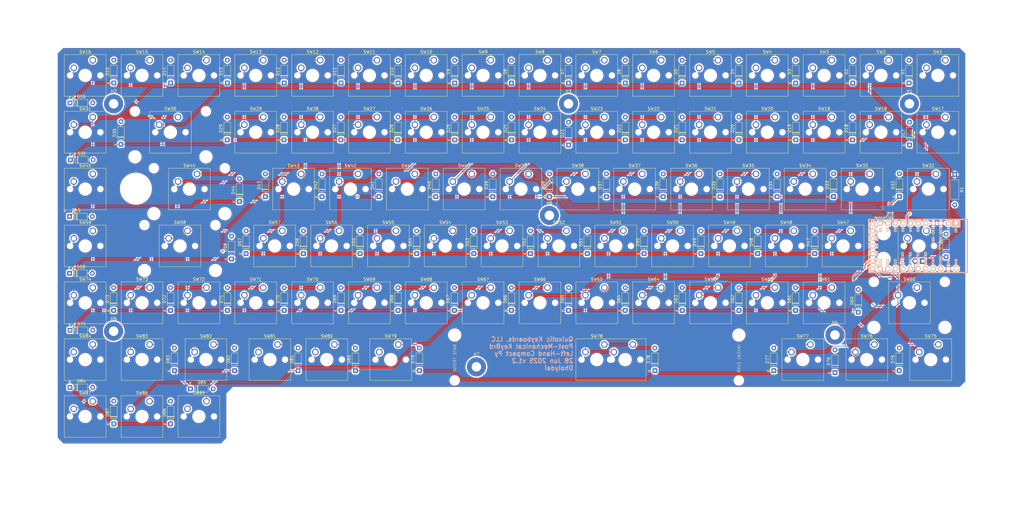
<source format=kicad_pcb>
(kicad_pcb (version 20241229) (generator "pcbnew") (generator_version "9.0")
  (title_block (title "Post-Mechanical Left Compact Py") (date "2025-06-28") (rev "1.2") (company "Quixotic Keyboards, LLC") (comment 2 "Redux for the Maple Elite-Pi") (comment 3 "Move U1 inboard for case clearance") (comment 4 "Add Caps Lock LED"))
  (layers (0 "F.Cu" signal) (2 "B.Cu" signal) (13 "F.Paste" user) (15 "B.Paste" user) (5 "F.SilkS" user "F.Silkscreen") (7 "B.SilkS" user "B.Silkscreen") (1 "F.Mask" user) (3 "B.Mask" user) (25 "Edge.Cuts" user))
  (net 0 "")
  (net 1 "Net-(D1-A)")
  (net 2 "Row0")
  (net 3 "Net-(D2-A)")
  (net 4 "Net-(D3-A)")
  (net 5 "Net-(D4-A)")
  (net 6 "Net-(D5-A)")
  (net 7 "Net-(D6-A)")
  (net 8 "Net-(D7-A)")
  (net 9 "Net-(D8-A)")
  (net 10 "Net-(D9-A)")
  (net 11 "Net-(D10-A)")
  (net 12 "Net-(D11-A)")
  (net 13 "Net-(D12-A)")
  (net 14 "Net-(D13-A)")
  (net 15 "Net-(D14-A)")
  (net 16 "Net-(D15-A)")
  (net 17 "Net-(D16-A)")
  (net 18 "Net-(D17-A)")
  (net 19 "Row1")
  (net 20 "Net-(D18-A)")
  (net 21 "Net-(D19-A)")
  (net 22 "Net-(D20-A)")
  (net 23 "Net-(D21-A)")
  (net 24 "Net-(D22-A)")
  (net 25 "Net-(D23-A)")
  (net 26 "Row5")
  (net 27 "Net-(D24-A)")
  (net 28 "Net-(D25-A)")
  (net 29 "Net-(D26-A)")
  (net 30 "Net-(D27-A)")
  (net 31 "Net-(D28-A)")
  (net 32 "Net-(D29-A)")
  (net 33 "Net-(D30-A)")
  (net 34 "Net-(D31-A)")
  (net 35 "Net-(D32-A)")
  (net 36 "Net-(D33-A)")
  (net 37 "Row2")
  (net 38 "Net-(D34-A)")
  (net 39 "Net-(D35-A)")
  (net 40 "Net-(D36-A)")
  (net 41 "Net-(D37-A)")
  (net 42 "Net-(D38-A)")
  (net 43 "Net-(D39-A)")
  (net 44 "Net-(D40-A)")
  (net 45 "Net-(D41-A)")
  (net 46 "Net-(D42-A)")
  (net 47 "Net-(D43-A)")
  (net 48 "Net-(D51-A)")
  (net 49 "Row3")
  (net 50 "Net-(D52-A)")
  (net 51 "Net-(D53-A)")
  (net 52 "Net-(D54-A)")
  (net 53 "Net-(D55-A)")
  (net 54 "Net-(D56-A)")
  (net 55 "Net-(D57-A)")
  (net 56 "Net-(D62-A)")
  (net 57 "Net-(D63-A)")
  (net 58 "Net-(D64-A)")
  (net 59 "Net-(D65-A)")
  (net 60 "Net-(D66-A)")
  (net 61 "Net-(D67-A)")
  (net 62 "Row4")
  (net 63 "Net-(D68-A)")
  (net 64 "Net-(D69-A)")
  (net 65 "Net-(D70-A)")
  (net 66 "Net-(D71-A)")
  (net 67 "Net-(D72-A)")
  (net 68 "Net-(D73-A)")
  (net 69 "Net-(D74-A)")
  (net 70 "Net-(D80-A)")
  (net 71 "Net-(D81-A)")
  (net 72 "Net-(D82-A)")
  (net 73 "Net-(D83-A)")
  (net 74 "Net-(D84-A)")
  (net 75 "Net-(D85-A)")
  (net 76 "Net-(D86-A)")
  (net 77 "Net-(D87-A)")
  (net 78 "Col0")
  (net 79 "Col1")
  (net 80 "Col2")
  (net 81 "Col3")
  (net 82 "Col4")
  (net 83 "Col5")
  (net 84 "Col6")
  (net 85 "Col7")
  (net 86 "Col8")
  (net 87 "Col9")
  (net 88 "Col10")
  (net 89 "Col11")
  (net 90 "Col12")
  (net 91 "Col13")
  (net 92 "Col14")
  (net 93 "Col15")
  (net 94 "Net-(D48-A)")
  (net 95 "Net-(D49-A)")
  (net 96 "Net-(D50-A)")
  (net 97 "Net-(D44-A)")
  (net 98 "Net-(D45-A)")
  (net 99 "Net-(D46-A)")
  (net 100 "Net-(D47-A)")
  (net 101 "Net-(D58-A)")
  (net 102 "Net-(D59-A)")
  (net 103 "Net-(D60-A)")
  (net 104 "Net-(D61-A)")
  (net 105 "Net-(D75-A)")
  (net 106 "Net-(D76-A)")
  (net 107 "Net-(D77-A)")
  (net 108 "Net-(D78-A)")
  (net 109 "Net-(D79-A)")
  (net 110 "+5V")
  (net 111 "Net-(D88-K)")
  (net 112 "GND")
  (net 115 "Led")
  (footprint "Diode_THT:D_DO-35_SOD27_P7.62mm_Horizontal" (layer "F.Cu") (at 191.405 116.175 90)
    (property "Reference" "D40")
    (property "Value" "1N4148")
  )
  (footprint "Button_Switch_Keyboard:SW_Cherry_MX_1.00u_PCB" (layer "F.Cu") (at 171.715 89.5075)
    (property "Reference" "SW27")
    (property "Value" "SW_Push")
  )
  (footprint "Diode_THT:D_DO-35_SOD27_P7.62mm_Horizontal" (layer "F.Cu") (at 210.5058 116.175 90)
    (property "Reference" "D39")
    (property "Value" "1N4148")
  )
  (footprint "Button_Switch_Keyboard:SW_Cherry_MX_1.00u_PCB" (layer "F.Cu") (at 279.665 108.5575)
    (property "Reference" "SW36")
    (property "Value" "SW_Push")
  )
  (footprint "Button_Switch_Keyboard:SW_Cherry_MX_2.00u_PCB" (layer "F.Cu") (at 352.685 146.6575)
    (property "Reference" "SW60")
    (property "Value" "SW_Push")
  )
  (footprint "Button_Switch_Keyboard:SW_Cherry_MX_1.00u_PCB" (layer "F.Cu") (at 76.465 70.4575)
    (property "Reference" "SW16")
    (property "Value" "SW_Push")
  )
  (footprint "Diode_THT:D_DO-35_SOD27_P7.62mm_Horizontal" (layer "F.Cu") (at 293.005 154.3 90)
    (property "Reference" "D62")
    (property "Value" "1N4148")
  )
  (footprint "Diode_THT:D_DO-35_SOD27_P7.62mm_Horizontal" (layer "F.Cu") (at 267.6304 116.175 90)
    (property "Reference" "D36")
    (property "Value" "1N4148")
  )
  (footprint "Button_Switch_Keyboard:SW_Cherry_MX_1.25u_PCB" (layer "F.Cu") (at 116.9425 165.7075)
    (property "Reference" "SW82")
    (property "Value" "SW_Push")
  )
  (footprint "Diode_THT:D_DO-35_SOD27_P7.62mm_Horizontal" (layer "F.Cu") (at 166.0304 135.258 90)
    (property "Reference" "D55")
    (property "Value" "1N4148")
  )
  (footprint "Diode_THT:D_DO-35_SOD27_P7.62mm_Horizontal" (layer "F.Cu") (at 261.255 135.258 90)
    (property "Reference" "D50")
    (property "Value" "1N4148")
  )
  (footprint "Diode_THT:D_DO-35_SOD27_P7.62mm_Horizontal" (layer "F.Cu") (at 159.6804 78.05 90)
    (property "Reference" "D11")
    (property "Value" "1N4148")
  )
  (footprint "MountingHole:MountingHole_3.2mm_M3_Pad" (layer "F.Cu") (at 83.45 85.05)
    (property "Reference" "H2")
    (property "Value" "Hole")
  )
  (footprint "Button_Switch_Keyboard:SW_Cherry_MX_1.00u_PCB" (layer "F.Cu") (at 286.015 70.4575)
    (property "Reference" "SW5")
    (property "Value" "SW_Push")
  )
  (footprint "Diode_THT:D_DO-35_SOD27_P7.62mm_Horizontal" (layer "F.Cu") (at 324.725 116.1175 90)
    (property "Reference" "D33")
    (property "Value" "1N4148")
  )
  (footprint "Button_Switch_Keyboard:SW_Cherry_MX_1.00u_PCB" (layer "F.Cu") (at 133.615 70.4575)
    (property "Reference" "SW13")
    (property "Value" "SW_Push")
  )
  (footprint "Button_Switch_Keyboard:SW_Cherry_MX_1.00u_PCB" (layer "F.Cu") (at 146.315 108.5575)
    (property "Reference" "SW43")
    (property "Value" "SW_Push")
  )
  (footprint "Button_Switch_Keyboard:SW_Cherry_MX_1.00u_PCB" (layer "F.Cu") (at 311.425 127.6075)
    (property "Reference" "SW48")
    (property "Value" "SW_Push")
  )
  (footprint "Diode_THT:D_DO-35_SOD27_P7.62mm_Horizontal" (layer "F.Cu") (at 68.815 180.0975)
    (property "Reference" "D84")
    (property "Value" "1N4148")
  )
  (footprint "Button_Switch_Keyboard:SW_Cherry_MX_1.00u_PCB" (layer "F.Cu") (at 95.51125 165.7075)
    (property "Reference" "SW83")
    (property "Value" "SW_Push")
  )
  (footprint "Button_Switch_Keyboard:SW_Cherry_MX_1.00u_PCB" (layer "F.Cu") (at 241.565 108.5575)
    (property "Reference" "SW38")
    (property "Value" "SW_Push")
  )
  (footprint "Diode_THT:D_DO-35_SOD27_P7.62mm_Horizontal" (layer "F.Cu") (at 312.0042 154.3 90)
    (property "Reference" "D61")
    (property "Value" "1N4148")
  )
  (footprint "Diode_THT:D_DO-35_SOD27_P7.62mm_Horizontal" (layer "F.Cu") (at 109.209001 180.575309)
    (property "Reference" "D85")
    (property "Value" "1N4148")
  )
  (footprint "MountingHole:MountingHole_3.2mm_M3_Pad" (layer "F.Cu") (at 229.505 122.4563)
    (property "Reference" "H6")
    (property "Value" "Hole")
  )
  (footprint "Button_Switch_Keyboard:SW_Cherry_MX_1.00u_PCB" (layer "F.Cu") (at 216.175 127.6075)
    (property "Reference" "SW53")
    (property "Value" "SW_Push")
  )
  (footprint "Diode_THT:D_DO-35_SOD27_P7.62mm_Horizontal" (layer "F.Cu") (at 140.5796 97.1325 90)
    (property "Reference" "D28")
    (property "Value" "1N4148")
  )
  (footprint "Button_Switch_Keyboard:SW_Cherry_MX_1.00u_PCB" (layer "F.Cu") (at 114.555 184.7575)
    (property "Reference" "SW85")
    (property "Value" "SW_Push")
  )
  (footprint "Button_Switch_Keyboard:SW_Cherry_MX_1.00u_PCB" (layer "F.Cu") (at 165.365 108.5575)
    (property "Reference" "SW42")
    (property "Value" "SW_Push")
  )
  (footprint "Button_Switch_Keyboard:SW_Cherry_MX_1.00u_PCB" (layer "F.Cu") (at 305.065 89.5075)
    (property "Reference" "SW20")
    (property "Value" "SW_Push")
  )
  (footprint "Button_Switch_Keyboard:SW_Cherry_MX_1.00u_PCB" (layer "F.Cu") (at 273.325 127.6075)
    (property "Reference" "SW50")
    (property "Value" "SW_Push")
  )
  (footprint "Button_Switch_Keyboard:SW_Cherry_MX_1.00u_PCB" (layer "F.Cu") (at 95.515 146.6575)
    (property "Reference" "SW73")
    (property "Value" "SW_Push")
  )
  (footprint "Button_Switch_Keyboard:SW_Cherry_MX_1.00u_PCB" (layer "F.Cu") (at 266.965 70.4575)
    (property "Reference" "SW6")
    (property "Value" "SW_Push")
  )
  (footprint "Diode_THT:D_DO-35_SOD27_P7.62mm_Horizontal" (layer "F.Cu") (at 346.805 116.1175 90)
    (property "Reference" "D32")
    (property "Value" "1N4148")
  )
  (footprint "Diode_THT:D_DO-35_SOD27_P7.62mm_Horizontal" (layer "F.Cu") (at 178.7558 154.3 90)
    (property "Reference" "D68")
    (property "Value" "1N4148")
  )
  (footprint "Button_Switch_Keyboard:SW_Cherry_MX_1.00u_PCB" (layer "F.Cu") (at 317.76625 108.555)
    (property "Reference" "SW34")
    (property "Value" "SW_Push")
  )
  (footprint "Button_Switch_Keyboard:SW_Cherry_MX_1.00u_PCB" (layer "F.Cu") (at 247.915 146.6575)
    (property "Reference" "SW65")
    (property "Value" "SW_Push")
  )
  (footprint "Diode_THT:D_DO-35_SOD27_P7.62mm_Horizontal" (layer "F.Cu") (at 127.8542 135.258 90)
    (property "Reference" "D57")
    (property "Value" "1N4148")
  )
  (footprint "Button_Switch_Keyboard:SW_Cherry_MX_1.00u_PCB" (layer "F.Cu") (at 138.37375 165.7075)
    (property "Reference" "SW81")
    (property "Value" "SW_Push")
  )
  (footprint "Diode_THT:D_DO-35_SOD27_P7.62mm_Horizontal" (layer "F.Cu") (at 153.2796 116.175 90)
    (property "Reference" "D42")
    (property "Value" "1N4148")
  )
  (footprint "Diode_THT:D_DO-35_SOD27_P7.62mm_Horizontal" (layer "F.Cu") (at 293.005 97.1325 90)
    (property "Reference" "D20")
    (property "Value" "1N4148")
  )
  (footprint "Diode_THT:D_DO-35_SOD27_P7.62mm_Horizontal" (layer "F.Cu") (at 333.005 154.8975 90)
    (property "Reference" "D60")
    (property "Value" "1N4148")
  )
  (footprint "Diode_THT:D_DO-35_SOD27_P7.62mm_Horizontal" (layer "F.Cu") (at 68.705 122.8275)
    (property "Reference" "D45")
    (property "Value" "1N4148")
  )
  (footprint "Button_Switch_Keyboard:SW_Cherry_MX_1.00u_PCB" (layer "F.Cu") (at 247.915 89.5075)
    (property "Reference" "SW23")
    (property "Value" "SW_Push")
  )
  (footprint "Diode_THT:D_DO-35_SOD27_P7.62mm_Horizontal" (layer "F.Cu") (at 216.8304 97.1325 90)
    (property "Reference" "D24")
    (property "Value" "1N4148")
  )
  (footprint "Diode_THT:D_DO-35_SOD27_P7.62mm_Horizontal" (layer "F.Cu") (at 346.739954 174.5 90)
    (property "Reference" "D75")
    (property "Value" "1N4148")
  )
  (footprint "Diode_THT:D_DO-35_SOD27_P7.62mm_Horizontal" (layer "F.Cu") (at 350.1804 98.86 90)
    (property "Reference" "D17")
    (property "Value" "1N4148")
  )
  (footprint "Button_Switch_Keyboard:SW_Cherry_MX_1.00u_PCB" (layer "F.Cu") (at 190.765 70.4575)
    (property "Reference" "SW10")
    (property "Value" "SW_Push")
  )
  (footprint "Button_Switch_Keyboard:SW_Cherry_MX_1.00u_PCB" (layer "F.Cu") (at 152.665 70.4575)
    (property "Reference" "SW12")
    (property "Value" "SW_Push")
  )
  (footprint "Diode_THT:D_DO-35_SOD27_P7.62mm_Horizontal" (layer "F.Cu") (at 248.6058 116.175 90)
    (property "Reference" "D37")
    (property "Value" "1N4148")
  )
  (footprint "Diode_THT:D_DO-35_SOD27_P7.62mm_Horizontal" (layer "F.Cu") (at 134.3058 116.175 90)
    (property "Reference" "D43")
    (property "Value" "1N4148")
  )
  (footprint "MountingHole:MountingHole_3.2mm_M3_Pad" (layer "F.Cu") (at 325.1868 162.5375)
    (property "Reference" "H4")
    (property "Value" "Hole")
  )
  (footprint "Button_Switch_Keyboard:SW_Cherry_MX_1.00u_PCB" (layer "F.Cu") (at 171.715 146.6575)
    (property "Reference" "SW69")
    (property "Value" "SW_Push")
  )
  (footprint "Button_Switch_Keyboard:SW_Cherry_MX_1.00u_PCB" (layer "F.Cu") (at 76.475 146.6675)
    (property "Reference" "SW74")
    (property "Value" "SW_Push")
  )
  (footprint "Button_Switch_Keyboard:SW_Cherry_MX_1.00u_PCB" (layer "F.Cu") (at 266.965 146.6575)
    (property "Reference" "SW64")
    (property "Value" "SW_Push")
  )
  (footprint "Diode_THT:D_DO-35_SOD27_P7.62mm_Horizontal" (layer "F.Cu") (at 125.655 117.7975 90)
    (property "Reference" "D44")
    (property "Value" "1N4148")
  )
  (footprint "MountingHole:MountingHole_3.2mm_M3_Pad" (layer "F.Cu") (at 235.9 85.05)
    (property "Reference" "H3")
    (property "Value" "Hole")
  )
  (footprint "Button_Switch_Keyboard:SW_Cherry_MX_1.00u_PCB" (layer "F.Cu") (at 76.475 127.6175)
    (property "Reference" "SW59")
    (property "Value" "SW_Push")
  )
  (footprint "Diode_THT:D_DO-35_SOD27_P7.62mm_Horizontal" (layer "F.Cu") (at 197.7804 97.1325 90)
    (property "Reference" "D25")
    (property "Value" "1N4148")
  )
  (footprint "Diode_THT:D_DO-35_SOD27_P7.62mm_Horizontal" (layer "F.Cu") (at 140.6304 78.05 90)
    (property "Reference" "D12")
    (property "Value" "1N4148")
  )
  (footprint "Diode_THT:D_DO-35_SOD27_P7.62mm_Horizontal" (layer "F.Cu") (at 140.6304 154.3 90)
    (property "Reference" "D70")
    (property "Value" "1N4148")
  )
  (footprint "Button_Switch_Keyboard:SW_Cherry_MX_1.00u_PCB" (layer "F.Cu") (at 343.165 70.4575)
    (property "Reference" "SW2")
    (property "Value" "SW_Push")
  )
  (footprint "Diode_THT:D_DO-35_SOD27_P7.62mm_Horizontal" (layer "F.Cu") (at 103.835 174.5 90)
    (property "Reference" "D83")
    (property "Value" "1N4148")
  )
  (footprint "Button_Switch_Keyboard:SW_Cherry_MX_1.00u_PCB" (layer "F.Cu") (at 190.765 146.6575)
    (property "Reference" "SW68")
    (property "Value" "SW_Push")
  )
  (footprint "Button_Switch_Keyboard:SW_Cherry_MX_1.00u_PCB" (layer "F.Cu") (at 178.075 127.6075)
    (property "Reference" "SW55")
    (property "Value" "SW_Push")
  )
  (footprint "Diode_THT:D_DO-35_SOD27_P7.62mm_Horizontal" (layer "F.Cu") (at 331.1558 78.1 90)
    (property "Reference" "D2")
    (property "Value" "1N4148")
  )
  (footprint "Diode_THT:D_DO-35_SOD27_P7.62mm_Horizontal" (layer "F.Cu") (at 299.3042 135.258 90)
    (property "Reference" "D48")
    (property "Value" "1N4148")
  )
  (footprint "Diode_THT:D_DO-35_SOD27_P7.62mm_Horizontal" (layer "F.Cu") (at 159.6804 154.3 90)
    (property "Reference" "D69")
    (property "Value" "1N4148")
  )
  (footprint "Diode_THT:D_DO-35_SOD27_P7.62mm_Horizontal" (layer "F.Cu") (at 123.995 174.5 90)
    (property "Reference" "D82")
    (property "Value" "1N4148" (hide yes))
  )
  (footprint "Button_Switch_Keyboard:SW_Cherry_MX_1.25u_PCB" (layer "F.Cu") (at 359.83 165.7075)
    (property "Reference" "SW75")
    (property "Value" "SW_Push")
  )
  (footprint "Button_Switch_Keyboard:SW_Cherry_MX_1.00u_PCB" (layer "F.Cu") (at 292.375 127.6075)
    (property "Reference" "SW49")
    (property "Value" "SW_Push")
  )
  (footprint "Button_Switch_Keyboard:SW_Cherry_MX_1.00u_PCB" (layer "F.Cu") (at 203.465 108.5575)
    (property "Reference" "SW40")
    (property "Value" "SW_Push")
  )
  (footprint "Diode_THT:D_DO-35_SOD27_P7.62mm_Horizontal" (layer "F.Cu") (at 102.548755 192.32 90)
    (property "Reference" "D86")
    (property "Value" "1N4148")
  )
  (footprint "Diode_THT:D_DO-35_SOD27_P7.62mm_Horizontal" (layer "F.Cu") (at 83.5058 78.05 90)
    (property "Reference" "D15")
    (property "Value" "1N4148")
  )
  (footprint "Button_Switch_Keyboard:SW_Cherry_MX_1.00u_PCB" (layer "F.Cu") (at 76.46125 165.7075)
    (property "Reference" "SW84")
    (property "Value" "SW_Push")
  )
  (footprint "Diode_THT:D_DO-35_SOD27_P7.62mm_Horizontal" (layer "F.Cu") (at 68.965 103.8475)
    (property "Reference" "D31")
    (property "Value" "1N4148")
  )
  (footprint "Diode_THT:D_DO-35_SOD27_P7.62mm_Horizontal" (layer "F.Cu") (at 147.0566 135.258 90)
    (property "Reference" "D56")
    (property "Value" "1N4148")
  )
  (footprint "Diode_THT:D_DO-35_SOD27_P7.62mm_Horizontal" (layer "F.Cu") (at 235.9312 98.86 90)
    (property "Reference" "D23")
    (property "Value" "1N4148")
  )
  (footprint "Button_Switch_Keyboard:SW_Cherry_MX_1.00u_PCB" (layer "F.Cu") (at 286.015 146.6575)
    (property "Reference" "SW63")
    (property "Value" "SW_Push")
  )
  (footprint "Diode_THT:D_DO-35_SOD27_P7.62mm_Horizontal" (layer "F.Cu") (at 178.7304 97.1325 90)
    (property "Reference" "D26")
    (property "Value" "1N4148")
  )
  (footprint "Button_Switch_Keyboard:SW_Cherry_MX_1.00u_PCB" (layer "F.Cu") (at 133.615 89.5075)
    (property "Reference" "SW29")
    (property "Value" "SW_Push")
  )
  (footprint "Diode_THT:D_DO-35_SOD27_P7.62mm_Horizontal" (layer "F.Cu") (at 362.435 136.3375 90)
    (property "Reference" "D46")
    (property "Value" "1N4148")
  )
  (footprint "Diode_THT:D_DO-35_SOD27_P7.62mm_Horizontal" (layer "F.Cu") (at 204.1558 135.258 90)
    (property "Reference" "D53")
    (property "Value" "1N4148")
  )
  (footprint "Diode_THT:D_DO-35_SOD27_P7.62mm_Horizontal" (layer "F.Cu") (at 242.205 135.258 90)
    (property "Reference" "D51")
    (property "Value" "1N4148")
  )
  (footprint "Diode_THT:D_DO-35_SOD27_P7.62mm_Horizontal" (layer "F.Cu") (at 68.695 141.8575)
    (property "Reference" "D59")
    (property "Value" "1N4148")
  )
  (footprint "Diode_THT:D_DO-35_SOD27_P7.62mm_Horizontal" (layer "F.Cu") (at 273.9804 78.1 90)
    (property "Reference" "D5")
    (property "Value" "1N4148")
  )
  (footprint "Diode_THT:D_DO-35_SOD27_P7.62mm_Horizontal" (layer "F.Cu") (at 350.028 78.1 90)
    (property "Reference" "D1")
    (property "Value" "1N4148")
  )
  (footprint "Diode_THT:D_DO-35_SOD27_P7.62mm_Horizontal" (layer "F.Cu") (at 121.5296 97.1325 90)
    (property "Reference" "D29")
    (property "Value" "1N4148")
  )
  (footprint "Diode_THT:D_DO-35_SOD27_P7.62mm_Horizontal" (layer "F.Cu") (at 121.6058 154.3 90)
    (property "Reference" "D71")
    (property "Value" "1N4148")
  )
  (footprint "Button_Switch_Keyboard:SW_Cherry_MX_1.00u_PCB" (layer "F.Cu") (at 114.565 146.6575)
    (property "Reference" "SW72")
    (property "Value" "SW_Push")
  )
  (footprint "Diode_THT:D_DO-35_SOD27_P7.62mm_Horizontal" (layer "F.Cu") (at 83.514445 192.32 90)
    (property "Reference" "D87")
    (property "Value" "1N4148")
  )
  (footprint "Dholydai-Parts:SW_Cherry_MX_1.3333u_PCB" (layer "F.Cu") (at 359.035 108.5575)
    (property "Reference" "SW32")
    (property "Value" "SW_Push")
  )
  (footprint "Button_Switch_Keyboard:SW_Cherry_MX_1.00u_PCB" (layer "F.Cu") (at 305.065 146.6575)
    (property "Reference" "SW62")
    (property "Value" "SW_Push")
  )
  (footprint "Button_Switch_Keyboard:SW_Cherry_MX_1.25u_PCB" (layer "F.Cu") (at 316.9675 165.7075)
    (property "Reference" "SW77")
    (property "Value" "SW_Push")
  )
  (footprint "Button_Switch_Keyboard:SW_Cherry_MX_1.00u_PCB" (layer "F.Cu") (at 139.975 127.6075)
    (property "Reference" "SW57")
    (property "Value" "SW_Push")
  )
  (footprint "Dholydai-Parts:SW_Ch_Inv_MX_6.00u_PCB_Stagger" (layer "F.Cu") (at 247.91125 165.7075)
    (property "Reference" "SW78")
    (property "Value" "SW_Push")
  )
  (footprint "Button_Switch_Keyboard:SW_Cherry_MX_1.00u_PCB" (layer "F.Cu") (at 254.275 127.6075)
    (property "Reference" "SW51")
    (property "Value" "SW_Push")
  )
  (footprint "Diode_THT:D_DO-35_SOD27_P7.62mm_Horizontal" (layer "F.Cu") (at 216.7796 154.3 90)
    (property "Reference" "D66")
    (property "Value" "1N4148")
  )
  (footprint "Button_Switch_Keyboard:SW_Cherry_MX_1.00u_PCB" (layer "F.Cu") (at 209.815 146.6575)
    (property "Reference" "SW67")
    (property "Value" "SW_Push")
  )
  (footprint "Diode_THT:D_DO-35_SOD27_P7.62mm_Horizontal" (layer "F.Cu") (at 280.2796 135.258 90)
    (property "Reference" "D49")
    (property "Value" "1N4148")
  )
  (footprint "Diode_THT:D_DO-35_SOD27_P7.62mm_Horizontal" (layer "F.Cu") (at 185.9186 174.5 90)
    (property "Reference" "D79")
    (property "Value" "1N4148")
  )
  (footprint "Dholydai-Parts:SW_Ch_MX_LED_Template" (layer "F.Cu") (at 355.885 127.6075)
    (property "Reference" "D88")
    (property "Value" "2.2V")
  )
  (footprint "Diode_THT:D_DO-35_SOD27_P7.62mm_Horizontal" (layer "F.Cu") (at 102.5558 154.3 90)
    (property "Reference" "D72")
    (property "Value" "1N4148")
  )
  (footprint "Diode_THT:D_DO-35_SOD27_P7.62mm_Horizontal" (layer "F.Cu") (at 172.355 116.175 90)
    (property "Reference" "D41")
    (property "Value" "1N4148")
  )
  (footprint "Button_Switch_Keyboard:SW_Cherry_MX_1.00u_PCB" (layer "F.Cu") (at 324.115 89.5075)
    (property "Reference" "SW19")
    (property "Value" "SW_Push")
  )
  (footprint "Button_Switch_Keyboard:SW_Cherry_MX_1.00u_PCB" (layer "F.Cu") (at 95.505 184.7575)
    (property "Reference" "SW86")
    (property "Value" "SW_Push")
  )
  (footprint "Diode_THT:D_DO-35_SOD27_P7.62mm_Horizontal" (layer "F.Cu") (at 325.2122 175.1613 90)
    (property "Reference" "D76")
    (property "Value" "1N4148")
  )
  (footprint "Diode_THT:D_DO-35_SOD27_P7.62mm_Horizontal" (layer "F.Cu") (at 254.905 154.3 90)
    (property "Reference" "D64")
    (property "Value" "1N4148")
  )
  (footprint "Button_Switch_Keyboard:SW_Cherry_MX_2.00u_PCB" (layer "F.Cu") (at 105.035 89.5075)
    (property "Reference" "SW30")
    (property "Value" "SW_Push")
  )
  (footprint "Diode_THT:D_DO-35_SOD27_P7.62mm_Horizontal" (layer "F.Cu") (at 145.284263 174.5 90)
    (property "Reference" "D81")
    (property "Value" "1N4148")
  )
  (footprint "Button_Switch_Keyboard:SW_Cherry_MX_1.00u_PCB" (layer "F.Cu") (at 184.415 108.5575)
    (property "Reference" "SW41")
    (property "Value" "SW_Push")
  )
  (footprint "Diode_THT:D_DO-35_SOD27_P7.62mm_Horizontal" (layer "F.Cu") (at 122.985 137.0475 90)
    (property "Reference" "D58")
    (property "Value" "1N4148")
  )
  (footprint "Diode_THT:D_DO-35_SOD27_P7.62mm_Horizontal" (layer "F.Cu") (at 312.0804 97.1325 90)
    (property "Reference" "D19")
    (property "Value" "1N4148")
  )
  (footprint "Diode_THT:D_DO-35_SOD27_P7.62mm_Horizontal" (layer "F.Cu") (at 178.8066 78.1 90)
    (property "Reference" "D10")
    (property "Value" "1N4148")
  )
  (footprint "Dholydai-Parts:SW_Cherry_MX_2.6666u_PCB" (layer "F.Cu") (at 111.39 108.5575)
    (property "Reference" "SW44")
    (property "Value" "SW_Push")
  )
  (footprint "Button_Switch_Keyboard:SW_Cherry_MX_1.00u_PCB" (layer "F.Cu") (at 343.165 89.5075)
    (property "Reference" "SW18")
    (property "Value" "SW_Push")
  )
  (footprint "Button_Switch_Keyboard:SW_Cherry_MX_1.00u_PCB" (layer "F.Cu") (at 247.915 70.4575)
    (property "Reference" "SW7")
    (property "Value" "SW_Push")
  )
  (footprint "Button_Switch_Keyboard:SW_Cherry_MX_1.00u_PCB" (layer "F.Cu") (at 305.065 70.4575)
    (property "Reference" "SW4")
    (property "Value" "SW_Push")
  )
  (footprint "Diode_THT:D_DO-35_SOD27_P7.62mm_Horizontal" (layer "F.Cu") (at 254.9304 97.1325 90)
    (property "Reference" "D22")
    (property "Value" "1N4148")
  )
  (footprint "Button_Switch_Keyboard:SW_Cherry_MX_1.00u_PCB" (layer "F.Cu") (at 76.465 108.5575)
    (property "Reference" "SW45")
    (property "Value" "SW_Push")
  )
  (footprint "Button_Switch_Keyboard:SW_Cherry_MX_1.00u_PCB" (layer "F.Cu") (at 76.455 184.7575)
    (property "Reference" "SW87")
    (property "Value" "SW_Push")
  )
  (footprint "Button_Switch_Keyboard:SW_Cherry_MX_1.00u_PCB" (layer "F.Cu") (at 362.215 70.4575)
    (property "Reference" "SW1")
    (property "Value" "SW_Push")
  )
  (footprint "Diode_THT:D_DO-35_SOD27_P7.62mm_Horizontal" (layer "F.Cu") (at 286.6804 116.175 90)
    (property "Reference" "D35")
    (property "Value" "1N4148")
  )
  (footprint "Diode_THT:D_DO-35_SOD27_P7.62mm_Horizontal" (layer "F.Cu") (at 121.555 78.05 90)
    (property "Reference" "D13")
    (property "Value" "1N4148")
  )
  (footprint "Button_Switch_Keyboard:SW_Cherry_MX_1.00u_PCB" (layer "F.Cu") (at 197.125 127.6075)
    (property "Reference" "SW54")
    (property "Value" "SW_Push")
  )
  (footprint "Diode_THT:D_DO-35_SOD27_P7.62mm_Horizontal" (layer "F.Cu") (at 274.0058 97.1325 90)
    (property "Reference" "D21")
    (property "Value" "1N4148")
  )
  (footprint "Diode_THT:D_DO-35_SOD27_P7.62mm_Horizontal" (layer "F.Cu") (at 216.7796 78.1 90)
    (property "Reference" "D8")
    (property "Value" "1N4148")
  )
  (footprint "Diode_THT:D_DO-35_SOD27_P7.62mm_Horizontal" (layer "F.Cu") (at 304.695279 174.5 90)
    (property "Reference" "D77")
    (property "Value" "1N4148")
  )
  (footprint "Button_Switch_Keyboard:SW_Cherry_MX_1.00u_PCB" (layer "F.Cu") (at 209.815 89.5075)
    (property "Reference" "SW25")
    (property "Value" "SW_Push")
  )
  (footprint "Button_Switch_Keyboard:SW_Cherry_MX_1.00u_PCB" (layer "F.Cu") (at 76.465 89.5075)
    (property "Reference" "SW31")
    (property "Value" "SW_Push")
  )
  (footprint "Button_Switch_Keyboard:SW_Cherry_MX_1.00u_PCB" (layer "F.Cu") (at 228.865 70.4575)
    (property "Reference" "SW8")
    (property "Value" "SW_Push")
  )
  (footprint "Button_Switch_Keyboard:SW_Cherry_MX_1.00u_PCB" (layer "F.Cu") (at 159.025 127.6075)
    (property "Reference" "SW56")
    (property "Value" "SW_Push")
  )
  (footprint "Diode_THT:D_DO-35_SOD27_P7.62mm_Horizontal" (layer "F.Cu") (at 264.845 174.5 90)
    (property "Reference" "D78")
    (property "Value" "1N4148")
  )
  (footprint "Button_Switch_Keyboard:SW_Cherry_MX_1.00u_PCB" (layer "F.Cu") (at 222.515 108.5575)
    (property "Reference" "SW39")
    (property "Value" "SW_Push")
  )
  (footprint "Diode_THT:D_DO-35_SOD27_P7.62mm_Horizontal" (layer "F.Cu") (at 318.4304 135.258 90)
    (property "Reference" "D47")
    (property "Value" "1N4148")
  )
  (footprint "Diode_THT:D_DO-35_SOD27_P7.62mm_Horizontal" (layer "F.Cu") (at 197.755 78.1 90)
    (property "Reference" "D9")
    (property "Value" "1N4148")
  )
  (footprint "Diode_THT:D_DO-35_SOD27_P7.62mm_Horizontal" (layer "F.Cu") (at 83.455 154.3 90)
    (property "Reference" "D73")
    (property "Value" "1N4148")
  )
  (footprint "Button_Switch_Keyboard:SW_Cherry_MX_1.00u_PCB" (layer "F.Cu") (at 324.115 70.4575)
    (property "Reference" "SW3")
    (property "Value" "SW_Push")
  )
  (footprint "Diode_THT:D_DO-35_SOD27_P7.62mm_Horizontal" (layer "F.Cu") (at 223.1804 135.258 90)
    (property "Reference" "D52")
    (property "Value" "1N4148")
  )
  (footprint "Diode_THT:D_DO-35_SOD27_P7.62mm_Horizontal" (layer "F.Cu") (at 293.005 78.1 90)
    (property "Reference" "D4")
    (property "Value" "1N4148")
  )
  (footprint "Button_Switch_Keyboard:SW_Cherry_MX_1.00u_PCB" (layer "F.Cu") (at 133.615 146.6575)
    (property "Reference" "SW71")
    (property "Value" "SW_Push")
  )
  (footprint "Button_Switch_Keyboard:SW_Cherry_MX_1.00u_PCB" (layer "F.Cu") (at 228.865 89.5075)
    (property "Reference" "SW24")
    (property "Value" "SW_Push")
  )
  (footprint "Button_Switch_Keyboard:SW_Cherry_MX_1.00u_PCB" (layer "F.Cu") (at 171.715 70.4575)
    (property "Reference" "SW11")
    (property "Value" "SW_Push")
  )
  (footprint "Diode_THT:D_DO-35_SOD27_P7.62mm_Horizontal" (layer "F.Cu") (at 312.0296 78.1 90)
    (property "Reference" "D3")
    (property "Value" "1N4148")
  )
  (footprint "Diode_THT:D_DO-35_SOD27_P7.62mm_Horizontal" (layer "F.Cu") (at 164.487767 174.5 90)
    (property "Reference" "D80")
    (property "Value" "1N4148")
  )
  (footprint "Dholydai-Parts:Elite-Pi" (layer "F.Cu") (at 351.795 132.7075 180)
    (property "Reference" "U1" (hide yes))
    (property "Value" "Elite-Pi" (hide yes))
  )
  (footprint "Dholydai-Parts:SW_Cherry_MX_1.1666u_PCB" (layer "F.Cu") (at 355.875 127.6075)
    (property "Reference" "SW46")
    (property "Value" "SW_Push")
  )
  (footprint "Diode_THT:D_DO-35_SOD27_P7.62mm_Horizontal" (layer "F.Cu") (at 229.505 116.175 90)
    (property "Reference" "D38")
    (property "Value" "1N4148")
  )
  (footprint "Button_Switch_Keyboard:SW_Cherry_MX_1.00u_PCB" (layer "F.Cu") (at 286.015 89.5075)
    (property "Reference" "SW21")
    (property "Value" "SW_Push")
  )
  (footprint "Diode_THT:D_DO-35_SOD27_P7.62mm_Horizontal" (layer "F.Cu") (at 235.9058 154.3 90)
    (property "Reference" "D65")
    (property "Value" "1N4148")
  )
  (footprint "Diode_THT:D_DO-35_SOD27_P7.62mm_Horizontal" (layer "F.Cu") (at 68.855 160.955)
    (property "Reference" "D74")
    (property "Value" "1N4148")
  )
  (footprint "Dholydai-Parts:SW_Cherry_MX_2.3333u_PCB" (layer "F.Cu") (at 108.225 127.6175)
    (property "Reference" "SW58")
    (property "Value" "SW_Push")
  )
  (footprint "Button_Switch_Keyboard:SW_Cherry_MX_1.00u_PCB" (layer "F.Cu") (at 235.225 127.6075)
    (property "Reference" "SW52")
    (property "Value" "SW_Push")
  )
  (footprint "Diode_THT:D_DO-35_SOD27_P7.62mm_Horizontal" (layer "F.Cu") (at 305.8066 116.175 90)
    (property "Reference" "D34")
    (property "Value" "1N4148")
  )
  (footprint "Button_Switch_Keyboard:SW_Cherry_MX_1.00u_PCB" (layer "F.Cu") (at 324.115 146.6575)
    (property "Reference" "SW61")
    (property "Value" "SW_Push")
  )
  (footprint "Button_Switch_Keyboard:SW_Cherry_MX_1.25u_PCB" (layer "F.Cu") (at 178.855 165.7075)
    (property "Reference" "SW79")
    (property "Value" "SW_Push")
  )
  (footprint "MountingHole:MountingHole_3.2mm_M3_Pad" (layer "F.Cu") (at 83.45 161.2675)
    (property "Reference" "H5")
    (property "Value" "Hole")
  )
  (footprint "MountingHole:MountingHole_3.2mm_M3_Pad" (layer "F.Cu") (at 205.045 173.2)
    (property "Reference" "H7")
    (property "Value" "Hole")
  )
  (footprint "Resistor_THT:R_Axial_DIN0207_L6.3mm_D2.5mm_P10.16mm_Horizontal" (layer "F.Cu") (at 365.35 108.7375 -90)
    (property "Reference" "R1")
    (property "Value" "62 Ohm")
  )
  (footprint "Button_Switch_Keyboard:SW_Cherry_MX_1.00u_PCB" (layer "F.Cu") (at 209.815 70.4575)
    (property "Reference" "SW9")
    (property "Value" "SW_Push")
  )
  (footprint "Diode_THT:D_DO-35_SOD27_P7.62mm_Horizontal" (layer "F.Cu") (at 102.5812 78.05 90)
    (property "Reference" "D14")
    (property "Value" "1N4148")
  )
  (footprint "Button_Switch_Keyboard:SW_Cherry_MX_1.00u_PCB" (layer "F.Cu") (at 336.81625 108.555)
    (property "Reference" "SW33")
    (property "Value" "SW_Push")
  )
  (footprint "Diode_THT:D_DO-35_SOD27_P7.62mm_Horizontal" (layer "F.Cu") (at 235.9058 78.1 90)
    (property "Reference" "D7")
    (property "Value" "1N4148")
  )
  (footprint "Button_Switch_Keyboard:SW_Cherry_MX_1.00u_PCB" (layer "F.Cu") (at 114.565 70.4575)
    (property "Reference" "SW14")
    (property "Value" "SW_Push")
  )
  (footprint "Diode_THT:D_DO-35_SOD27_P7.62mm_Horizontal" (layer "F.Cu") (at 85.8934 98.6275 90)
    (property "Reference" "D30")
    (property "Value" "1N4148")
  )
  (footprint "Button_Switch_Keyboard:SW_Cherry_MX_1.00u_PCB" (layer "F.Cu") (at 266.965 89.5075)
    (property "Reference" "SW22")
    (property "Value" "SW_Push")
  )
  (footprint "Button_Switch_Keyboard:SW_Cherry_MX_1.00u_PCB" (layer "F.Cu") (at 95.515 70.4575)
    (property "Reference" "SW15")
    (property "Value" "SW_Push")
  )
  (footprint "Diode_THT:D_DO-35_SOD27_P7.62mm_Horizontal" (layer "F.Cu") (at 159.6042 97.1325 90)
    (property "Reference" "D27")
    (property "Value" "1N4148")
  )
  (footprint "Button_Switch_Keyboard:SW_Cherry_MX_1.00u_PCB" (layer "F.Cu") (at 260.615 108.5575)
    (property "Reference" "SW37")
    (property "Value" "SW_Push")
  )
  (footprint "Diode_THT:D_DO-35_SOD27_P7.62mm_Horizontal" (layer "F.Cu") (at 185.0296 135.258 90)
    (property "Reference" "D54")
    (property "Value" "1N4148")
  )
  (footprint "Button_Switch_Keyboard:SW_Cherry_MX_1.00u_PCB" (layer "F.Cu") (at 157.42375 165.7075)
    (property "Reference" "SW80")
    (property "Value" "SW_Push")
  )
  (footprint "Button_Switch_Keyboard:SW_Cherry_MX_1.00u_PCB" (layer "F.Cu") (at 338.39875 165.7075)
    (property "Reference" "SW76")
    (property "Value" "SW_Push")
  )
  (footprint "Diode_THT:D_DO-35_SOD27_P7.62mm_Horizontal" (layer "F.Cu") (at 197.6788 154.3 90)
    (property "Reference" "D67")
    (property "Value" "1N4148")
  )
  (footprint "Diode_THT:D_DO-35_SOD27_P7.62mm_Horizontal" (layer "F.Cu") (at 274.0312 154.3 90)
    (property "Reference" "D63")
    (property "Value" "1N4148")
  )
  (footprint "Diode_THT:D_DO-35_SOD27_P7.62mm_Horizontal" (layer "F.Cu") (at 68.845 84.745)
    (property "Reference" "D16")
    (property "Value" "1N4148")
  )
  (footprint "Button_Switch_Keyboard:SW_Cherry_MX_1.00u_PCB" (layer "F.Cu") (at 152.665 146.6575)
    (property "Reference" "SW70")
    (property "Value" "SW_Push")
  )
  (footprint "Button_Switch_Keyboard:SW_Cherry_MX_1.00u_PCB" (layer "F.Cu") (at 228.865 146.6575)
    (property "Reference" "SW66")
    (property "Value" "SW_Push")
  )
  (footprint "Button_Switch_Keyboard:SW_Cherry_MX_1.00u_PCB" (layer "F.Cu") (at 330.475 127.6075)
    (property "Reference" "SW47")
    (property "Value" "SW_Push")
  )
  (footprint "MountingHole:MountingHole_3.2mm_M3_Pad" (layer "F.Cu") (at 350.155 85.05)
    (property "Reference" "H1")
    (property "Value" "Hole")
  )
  (footprint "Button_Switch_Keyboard:SW_Cherry_MX_1.00u_PCB" (layer "F.Cu") (at 190.765 89.5075)
    (property "Reference" "SW26")
    (property "Value" "SW_Push")
  )
  (footprint "Button_Switch_Keyboard:SW_Cherry_MX_1.00u_PCB" (layer "F.Cu") (at 362.21 89.5075)
    (property "Reference" "SW17")
    (property "Value" "SW_Push")
  )
  (footprint "Diode_THT:D_DO-35_SOD27_P7.62mm_Horizontal" (layer "F.Cu") (at 331.105 97.1325 90)
    (property "Reference" "D18")
    (property "Value" "1N4148")
  )
  (footprint "Button_Switch_Keyboard:SW_Cherry_MX_1.00u_PCB" (layer "F.Cu") (at 152.665 89.5075)
    (property "Reference" "SW28")
    (property "Value" "SW_Push")
  )
  (footprint "Button_Switch_Keyboard:SW_Cherry_MX_1.00u_PCB" (layer "F.Cu") (at 298.715 108.5575)
    (property "Reference" "SW35")
    (property "Value" "SW_Push")
  )
  (footprint "Diode_THT:D_DO-35_SOD27_P7.62mm_Horizontal" (layer "F.Cu") (at 254.9304 78.1 90)
    (property "Reference" "D6")
    (property "Value" "1N4148")
  )
  (gr_line (start 64.365 67.985) (end 66.365 65.9874) (stroke (width 0.05)) (layer "Edge.Cuts"))
  (gr_line (start 121.6 182.3) (end 123.6 180.3) (stroke (width 0.05)) (layer "Edge.Cuts"))
  (gr_line (start 119.6 199.307847) (end 121.6 197.208459) (stroke (width 0.05)) (layer "Edge.Cuts"))
  (gr_line (start 121.6 197.208459) (end 121.6 182.3) (stroke (width 0.05)) (layer "Edge.Cuts"))
  (gr_circle (center 341.5 128.4) (end 343.5 128.4) (stroke (width 0.05)) (fill no) (layer "Edge.Cuts"))
  (gr_line (start 64.365 197.2085) (end 66.464347 199.307847) (stroke (width 0.05)) (layer "Edge.Cuts"))
  (gr_circle (center 341.5 137.05) (end 343.5 137.05) (stroke (width 0.05)) (fill no) (layer "Edge.Cuts"))
  (gr_line (start 64.365 67.985) (end 64.365 197.2085) (stroke (width 0.05)) (layer "Edge.Cuts"))
  (gr_line (start 66.464347 199.307847) (end 119.6 199.307847) (stroke (width 0.05)) (layer "Edge.Cuts"))
  (gr_line (start 367.23 180.3) (end 123.6 180.3) (stroke (width 0.05)) (layer "Edge.Cuts"))
  (gr_line (start 369.23 178.3) (end 367.23 180.3) (stroke (width 0.05)) (layer "Edge.Cuts"))
  (gr_circle (center 90.915 113.5) (end 95.915 113.5) (stroke (width 0.05)) (fill no) (layer "Edge.Cuts"))
  (gr_line (start 369.23 178.3) (end 369.23 68.0199) (stroke (width 0.05)) (layer "Edge.Cuts"))
  (gr_line (start 66.365 65.9874) (end 367.19 65.9874) (stroke (width 0.05)) (layer "Edge.Cuts"))
  (gr_line (start 369.23 68.0199) (end 367.19 65.9874) (stroke (width 0.05)) (layer "Edge.Cuts"))
  (gr_text "Quixotic Keyboards, LLC\nPost-Mechanical KeyBrd\nLeft-Hand Compact Py\n28 Jun 2025 v1.2\nDholydai\n" (at 237.6584 174.4755 0) (layer "B.SilkS") (effects (font (size 1.5 1.5) (thickness 0.3) (bold yes)) (justify left bottom mirror)))
  (segment (start 350.028 70.48) (end 362.1925 70.48) (width 0.2) (layer "F.Cu") (net 1))
  (segment (start 362.1925 70.48) (end 362.215 70.4575) (width 0.2) (layer "F.Cu") (net 1))
  (segment (start 350.028 78.1) (end 353.3475 78.1) (width 0.2) (layer "F.Cu") (net 2))
  (segment (start 345.3036 106.0987) (end 345.3036 117.053214) (width 0.2) (layer "F.Cu") (net 2))
  (segment (start 345.3036 117.053214) (end 343.765 118.591814) (width 0.2) (layer "F.Cu") (net 2))
  (segment (start 342.4813 123.9112) (end 338.2913 123.9112) (width 0.2) (layer "F.Cu") (net 2))
  (segment (start 355.465 80.2175) (end 355.465 90.1461) (width 0.2) (layer "F.Cu") (net 2))
  (segment (start 338.2913 123.9112) (end 337.825 124.3775) (width 0.2) (layer "F.Cu") (net 2))
  (segment (start 351.4758 94.1353) (end 351.4758 99.9265) (width 0.2) (layer "F.Cu") (net 2))
  (segment (start 343.765 122.6275) (end 342.4813 123.9112) (width 0.2) (layer "F.Cu") (net 2))
  (segment (start 337.825 124.3775) (end 337.825 125.3161) (width 0.2) (layer "F.Cu") (net 2))
  (segment (start 343.765 118.591814) (end 343.765 122.6275) (width 0.2) (layer "F.Cu") (net 2))
  (segment (start 353.3475 78.1) (end 355.465 80.2175) (width 0.2) (layer "F.Cu") (net 2))
  (segment (start 355.465 90.1461) (end 351.4758 94.1353) (width 0.2) (layer "F.Cu") (net 2))
  (segment (start 351.4758 99.9265) (end 345.3036 106.0987) (width 0.2) (layer "F.Cu") (net 2))
  (segment (start 273.2804 78.8) (end 273.9804 78.1) (width 0.2) (layer "B.Cu") (net 2))
  (segment (start 273.046085 78.8) (end 273.2804 78.8) (width 0.2) (layer "B.Cu") (net 2))
  (segment (start 311.3296 78.8) (end 312.0296 78.1) (width 0.2) (layer "B.Cu") (net 2))
  (segment (start 198.455 78.8) (end 216.0796 78.8) (width 0.2) (layer "B.Cu") (net 2))
  (segment (start 312.7296 78.8) (end 330.4558 78.8) (width 0.2) (layer "B.Cu") (net 2))
  (segment (start 254.9304 78.1) (end 255.6304 78.8) (width 0.2) (layer "B.Cu") (net 2))
  (segment (start 120.805 78.8) (end 121.555 78.05) (width 0.2) (layer "B.Cu") (net 2))
  (segment (start 160.4304 78.8) (end 178.1066 78.8) (width 0.2) (layer "B.Cu") (net 2))
  (segment (start 84.2495 78.7937) (end 101.8375 78.7937) (width 0.2) (layer "B.Cu") (net 2))
  (segment (start 292.305 78.8) (end 293.005 78.1) (width 0.2) (layer "B.Cu") (net 2))
  (segment (start 68.845 84.745) (end 75.54 78.05) (width 0.2) (layer "B.Cu") (net 2))
  (segment (start 158.9304 78.8) (end 159.6804 78.05) (width 0.2) (layer "B.Cu") (net 2))
  (segment (start 235.9058 78.1) (end 236.6058 78.8) (width 0.2) (layer "B.Cu") (net 2))
  (segment (start 335.619314 78.7937) (end 335.638314 78.7747) (width 0.2) (layer "B.Cu") (net 2))
  (segment (start 331.8495 78.7937) (end 335.619314 78.7937) (width 0.2) (layer "B.Cu") (net 2))
  (segment (start 140.6304 78.05) (end 141.3804 78.8) (width 0.2) (layer "B.Cu") (net 2))
  (segment (start 235.2058 78.8) (end 235.9058 78.1) (width 0.2) (layer "B.Cu") (net 2))
  (segment (start 255.839414 78.8) (end 255.864714 78.7747) (width 0.2) (layer "B.Cu") (net 2))
  (segment (start 197.755 78.1) (end 198.455 78.8) (width 0.2) (layer "B.Cu") (net 2))
  (segment (start 75.54 78.05) (end 83.5058 78.05) (width 0.2) (layer "B.Cu") (net 2))
  (segment (start 102.5812 78.05) (end 103.3312 78.8) (width 0.2) (layer "B.Cu") (net 2))
  (segment (start 335.988686 78.7937) (end 349.3343 78.7937) (width 0.2) (layer "B.Cu") (net 2))
  (segment (start 335.969686 78.7747) (end 335.988686 78.7937) (width 0.2) (layer "B.Cu") (net 2))
  (segment (start 255.6304 78.8) (end 255.839414 78.8) (width 0.2) (layer "B.Cu") (net 2))
  (segment (start 141.3804 78.8) (end 158.9304 78.8) (width 0.2) (layer "B.Cu") (net 2))
  (segment (start 273.020785 78.7747) (end 273.046085 78.8) (width 0.2) (layer "B.Cu") (net 2))
  (segment (start 330.4558 78.8) (end 331.1558 78.1) (width 0.2) (layer "B.Cu") (net 2))
  (segment (start 122.305 78.8) (end 139.8804 78.8) (width 0.2) (layer "B.Cu") (net 2))
  (segment (start 255.864714 78.7747) (end 273.020785 78.7747) (width 0.2) (layer "B.Cu") (net 2))
  (segment (start 312.0296 78.1) (end 312.7296 78.8) (width 0.2) (layer "B.Cu") (net 2))
  (segment (start 274.6804 78.8) (end 292.305 78.8) (width 0.2) (layer "B.Cu") (net 2))
  (segment (start 349.3343 78.7937) (end 350.028 78.1) (width 0.2) (layer "B.Cu") (net 2))
  (segment (start 216.0796 78.8) (end 216.7796 78.1) (width 0.2) (layer "B.Cu") (net 2))
  (segment (start 236.6058 78.8) (end 254.2304 78.8) (width 0.2) (layer "B.Cu") (net 2))
  (segment (start 179.5066 78.8) (end 197.055 78.8) (width 0.2) (layer "B.Cu") (net 2))
  (segment (start 121.555 78.05) (end 122.305 78.8) (width 0.2) (layer "B.Cu") (net 2))
  (segment (start 178.8066 78.1) (end 179.5066 78.8) (width 0.2) (layer "B.Cu") (net 2))
  (segment (start 331.1558 78.1) (end 331.8495 78.7937) (width 0.2) (layer "B.Cu") (net 2))
  (segment (start 254.2304 78.8) (end 254.9304 78.1) (width 0.2) (layer "B.Cu") (net 2))
  (segment (start 335.638314 78.7747) (end 335.969686 78.7747) (width 0.2) (layer "B.Cu") (net 2))
  (segment (start 139.8804 78.8) (end 140.6304 78.05) (width 0.2) (layer "B.Cu") (net 2))
  (segment (start 83.5058 78.05) (end 84.2495 78.7937) (width 0.2) (layer "B.Cu") (net 2))
  (segment (start 197.055 78.8) (end 197.755 78.1) (width 0.2) (layer "B.Cu") (net 2))
  (segment (start 101.8375 78.7937) (end 102.5812 78.05) (width 0.2) (layer "B.Cu") (net 2))
  (segment (start 178.1066 78.8) (end 178.8066 78.1) (width 0.2) (layer "B.Cu") (net 2))
  (segment (start 217.4796 78.8) (end 235.2058 78.8) (width 0.2) (layer "B.Cu") (net 2))
  (segment (start 216.7796 78.1) (end 217.4796 78.8) (width 0.2) (layer "B.Cu") (net 2))
  (segment (start 293.005 78.1) (end 293.705 78.8) (width 0.2) (layer "B.Cu") (net 2))
  (segment (start 293.705 78.8) (end 311.3296 78.8) (width 0.2) (layer "B.Cu") (net 2))
  (segment (start 103.3312 78.8) (end 120.805 78.8) (width 0.2) (layer "B.Cu") (net 2))
  (segment (start 273.9804 78.1) (end 274.6804 78.8) (width 0.2) (layer "B.Cu") (net 2))
  (segment (start 159.6804 78.05) (end 160.4304 78.8) (width 0.2) (layer "B.Cu") (net 2))
  (segment (start 331.1558 70.48) (end 343.1425 70.48) (width 0.2) (layer "F.Cu") (net 3))
  (segment (start 343.1425 70.48) (end 343.165 70.4575) (width 0.2) (layer "F.Cu") (net 3))
  (segment (start 312.0296 70.48) (end 324.0925 70.48) (width 0.2) (layer "F.Cu") (net 4))
  (segment (start 324.0925 70.48) (end 324.115 70.4575) (width 0.2) (layer "F.Cu") (net 4))
  (segment (start 305.0425 70.48) (end 305.065 70.4575) (width 0.2) (layer "F.Cu") (net 5))
  (segment (start 293.005 70.48) (end 305.0425 70.48) (width 0.2) (layer "F.Cu") (net 5))
  (segment (start 273.9804 70.48) (end 285.9925 70.48) (width 0.2) (layer "F.Cu") (net 6))
  (segment (start 285.9925 70.48) (end 286.015 70.4575) (width 0.2) (layer "F.Cu") (net 6))
  (segment (start 266.9425 70.48) (end 266.965 70.4575) (width 0.2) (layer "F.Cu") (net 7))
  (segment (start 254.9304 70.48) (end 266.9425 70.48) (width 0.2) (layer "F.Cu") (net 7))
  (segment (start 235.9058 70.48) (end 247.8925 70.48) (width 0.2) (layer "F.Cu") (net 8))
  (segment (start 247.8925 70.48) (end 247.915 70.4575) (width 0.2) (layer "F.Cu") (net 8))
  (segment (start 216.7796 70.48) (end 228.8425 70.48) (width 0.2) (layer "F.Cu") (net 9))
  (segment (start 228.8425 70.48) (end 228.865 70.4575) (width 0.2) (layer "F.Cu") (net 9))
  (segment (start 209.7925 70.48) (end 209.815 70.4575) (width 0.2) (layer "F.Cu") (net 10))
  (segment (start 197.755 70.48) (end 209.7925 70.48) (width 0.2) (layer "F.Cu") (net 10))
  (segment (start 178.8066 70.48) (end 190.7425 70.48) (width 0.2) (layer "F.Cu") (net 11))
  (segment (start 190.7425 70.48) (end 190.765 70.4575) (width 0.2) (layer "F.Cu") (net 11))
  (segment (start 171.6875 70.43) (end 171.715 70.4575) (width 0.2) (layer "F.Cu") (net 12))
  (segment (start 159.6804 70.43) (end 171.6875 70.43) (width 0.2) (layer "F.Cu") (net 12))
  (segment (start 152.6375 70.43) (end 152.665 70.4575) (width 0.2) (layer "F.Cu") (net 13))
  (segment (start 140.6304 70.43) (end 152.6375 70.43) (width 0.2) (layer "F.Cu") (net 13))
  (segment (start 121.555 70.43) (end 133.5875 70.43) (width 0.2) (layer "F.Cu") (net 14))
  (segment (start 133.5875 70.43) (end 133.615 70.4575) (width 0.2) (layer "F.Cu") (net 14))
  (segment (start 114.5375 70.43) (end 114.565 70.4575) (width 0.2) (layer "F.Cu") (net 15))
  (segment (start 102.5812 70.43) (end 114.5375 70.43) (width 0.2) (layer "F.Cu") (net 15))
  (segment (start 83.5058 70.43) (end 95.4875 70.43) (width 0.2) (layer "F.Cu") (net 16))
  (segment (start 95.4875 70.43) (end 95.515 70.4575) (width 0.2) (layer "F.Cu") (net 16))
  (segment (start 76.465 70.4575) (end 76.465 84.745) (width 0.2) (layer "F.Cu") (net 17))
  (segment (start 362.205 89.5125) (end 362.21 89.5075) (width 0.2) (layer "B.Cu") (net 18))
  (segment (start 351.9126 89.5075) (end 362.21 89.5075) (width 0.2) (layer "B.Cu") (net 18))
  (segment (start 350.1804 91.2397) (end 351.9126 89.5075) (width 0.2) (layer "B.Cu") (net 18))
  (segment (start 343.365 122.4075) (end 343.365 118.426128) (width 0.2) (layer "F.Cu") (net 19))
  (segment (start 343.365 118.426128) (end 344.9036 116.887528) (width 0.2) (layer "F.Cu") (net 19))
  (segment (start 342.2613 123.5112) (end 343.365 122.4075) (width 0.2) (layer "F.Cu") (net 19))
  (segment (start 336.6477 124.828446) (end 337.964946 123.5112) (width 0.2) (layer "F.Cu") (net 19))
  (segment (start 336.6477 126.4502) (end 336.6477 124.828446) (width 0.2) (layer "F.Cu") (net 19))
  (segment (start 337.964946 123.5112) (end 342.2613 123.5112) (width 0.2) (layer "F.Cu") (net 19))
  (segment (start 344.9036 105.933014) (end 350.1804 100.656214) (width 0.2) (layer "F.Cu") (net 19))
  (segment (start 344.9036 116.887528) (end 344.9036 105.933014) (width 0.2) (layer "F.Cu") (net 19))
  (segment (start 350.1804 100.656214) (end 350.1804 98.8597) (width 0.2) (layer "F.Cu") (net 19))
  (segment (start 337.825 127.6275) (end 336.6477 126.4502) (width 0.2) (layer "F.Cu") (net 19))
  (segment (start 68.965 103.8475) (end 74.185 98.6275) (width 0.2) (layer "B.Cu") (net 19))
  (segment (start 121.5296 97.1325) (end 140.5796 97.1325) (width 0.2) (layer "B.Cu") (net 19))
  (segment (start 140.5796 97.1325) (end 159.6042 97.1325) (width 0.2) (layer "B.Cu") (net 19))
  (segment (start 74.185 98.6275) (end 85.8934 98.6275) (width 0.2) (layer "B.Cu") (net 19))
  (segment (start 178.7304 97.1325) (end 197.7804 97.1325) (width 0.2) (layer "B.Cu") (net 19))
  (segment (start 254.9304 97.1325) (end 237.6587 97.1325) (width 0.2) (layer "B.Cu") (net 19))
  (segment (start 274.0058 97.1325) (end 293.005 97.1325) (width 0.2) (layer "B.Cu") (net 19))
  (segment (start 216.8304 97.1325) (end 234.2037 97.1325) (width 0.2) (layer "B.Cu") (net 19))
  (segment (start 85.8934 98.6275) (end 120.0346 98.6275) (width 0.2) (layer "B.Cu") (net 19))
  (segment (start 234.2037 97.1325) (end 235.9312 98.86) (width 0.2) (layer "B.Cu") (net 19))
  (segment (start 348.4532 97.1325) (end 350.1804 98.8597) (width 0.2) (layer "B.Cu") (net 19))
  (segment (start 254.9304 97.1325) (end 274.0058 97.1325) (width 0.2) (layer "B.Cu") (net 19))
  (segment (start 312.0804 97.1325) (end 331.105 97.1325) (width 0.2) (layer "B.Cu") (net 19))
  (segment (start 237.6587 97.1325) (end 235.9312 98.86) (width 0.2) (layer "B.Cu") (net 19))
  (segment (start 293.005 97.1325) (end 312.0804 97.1325) (width 0.2) (layer "B.Cu") (net 19))
  (segment (start 197.7804 97.1325) (end 216.8304 97.1325) (width 0.2) (layer "B.Cu") (net 19))
  (segment (start 120.0346 98.6275) (end 121.5296 97.1325) (width 0.2) (layer "B.Cu") (net 19))
  (segment (start 159.6042 97.1325) (end 178.7304 97.1325) (width 0.2) (layer "B.Cu") (net 19))
  (segment (start 331.105 97.1325) (end 348.4532 97.1325) (width 0.2) (layer "B.Cu") (net 19))
  (segment (start 331.105 89.5125) (end 343.16 89.5125) (width 0.2) (layer "B.Cu") (net 20))
  (segment (start 343.16 89.5125) (end 343.165 89.5075) (width 0.2) (layer "B.Cu") (net 20))
  (segment (start 324.11 89.5125) (end 324.115 89.5075) (width 0.2) (layer "B.Cu") (net 21))
  (segment (start 312.0804 89.5125) (end 324.11 89.5125) (width 0.2) (layer "B.Cu") (net 21))
  (segment (start 305.06 89.5125) (end 305.065 89.5075) (width 0.2) (layer "B.Cu") (net 22))
  (segment (start 293.005 89.5125) (end 305.06 89.5125) (width 0.2) (layer "B.Cu") (net 22))
  (segment (start 274.0058 89.5125) (end 286.01 89.5125) (width 0.2) (layer "B.Cu") (net 23))
  (segment (start 286.01 89.5125) (end 286.015 89.5075) (width 0.2) (layer "B.Cu") (net 23))
  (segment (start 266.965 89.5075) (end 254.9354 89.5075) (width 0.2) (layer "B.Cu") (net 24))
  (segment (start 254.9354 89.5075) (end 254.9304 89.5125) (width 0.2) (layer "B.Cu") (net 24))
  (segment (start 266.96 89.5125) (end 266.965 89.5075) (width 0.2) (layer "B.Cu") (net 24))
  (segment (start 247.915 89.5075) (end 237.6637 89.5075) (width 0.2) (layer "B.Cu") (net 25))
  (segment (start 237.6637 89.5075) (end 235.9312 91.24) (width 0.2) (layer "B.Cu") (net 25))
  (segment (start 247.91 89.5125) (end 247.915 89.5075) (width 0.2) (layer "B.Cu") (net 25))
  (segment (start 103.835 174.5) (end 103.835 175.201308) (width 0.2) (layer "F.Cu") (net 26))
  (segment (start 337.825 137.7875) (end 336.585724 137.7875) (width 0.2) (layer "F.Cu") (net 26))
  (segment (start 336.585724 137.7875) (end 331.505 142.868224) (width 0.2) (layer "F.Cu") (net 26))
  (segment (start 109.209001 180.575309) (end 102.548755 187.235555) (width 0.2) (layer "F.Cu") (net 26))
  (segment (start 102.548755 187.235555) (end 102.548755 192.32) (width 0.2) (layer "F.Cu") (net 26))
  (segment (start 346.739954 172.068805) (end 346.739954 174.5) (width 0.2) (layer "F.Cu") (net 26))
  (segment (start 123.995 174.5) (end 145.284263 174.5) (width 0.2) (layer "F.Cu") (net 26))
  (segment (start 103.835 175.201308) (end 109.209001 180.575309) (width 0.2) (layer "F.Cu") (net 26))
  (segment (start 164.487767 174.5) (end 185.9186 174.5) (width 0.2) (layer "F.Cu") (net 26))
  (segment (start 331.505 142.868224) (end 331.505 156.833851) (width 0.2) (layer "F.Cu") (net 26))
  (segment (start 331.505 156.833851) (end 346.739954 172.068805) (width 0.2) (layer "F.Cu") (net 26))
  (segment (start 145.284263 174.5) (end 146.006763 173.7775) (width 0.2) (layer "B.Cu") (net 26))
  (segment (start 164.487767 174.5) (end 164.634653 174.5) (width 0.2) (layer "B.Cu") (net 26))
  (segment (start 123.995 174.5) (end 103.835 174.5) (width 0.2) (layer "B.Cu") (net 26))
  (segment (start 68.815 180.0975) (end 74.875 186.1575) (width 0.2) (layer "B.Cu") (net 26))
  (segment (start 265.651654 175.306654) (end 303.888625 175.306654) (width 0.2) (layer "B.Cu") (net 26))
  (segment (start 303.888625 175.306654) (end 304.695279 174.5) (width 0.2) (layer "B.Cu") (net 26))
  (segment (start 199.97415 177.3375) (end 197.13665 174.5) (width 0.2) (layer "B.Cu") (net 26))
  (segment (start 197.13665 174.5) (end 185.9186 174.5) (width 0.2) (layer "B.Cu") (net 26))
  (segment (start 77.351945 186.1575) (end 83.514445 192.32) (width 0.2) (layer "B.Cu") (net 26))
  (segment (start 264.845 174.5) (end 265.651654 175.306654) (width 0.2) (layer "B.Cu") (net 26))
  (segment (start 304.695279 174.5) (end 325.252333 174.5) (width 0.2) (layer "B.Cu") (net 26))
  (segment (start 264.845 174.5) (end 262.0075 177.3375) (width 0.2) (layer "B.Cu") (net 26))
  (segment (start 74.875 186.1575) (end 77.351945 186.1575) (width 0.2) (layer "B.Cu") (net 26))
  (segment (start 325.252333 174.5) (end 346.739954 174.5) (width 0.2) (layer "B.Cu") (net 26))
  (segment (start 163.765267 173.7775) (end 164.487767 174.5) (width 0.2) (layer "B.Cu") (net 26))
  (segment (start 146.006763 173.7775) (end 163.765267 173.7775) (width 0.2) (layer "B.Cu") (net 26))
  (segment (start 262.0075 177.3375) (end 199.97415 177.3375) (width 0.2) (layer "B.Cu") (net 26))
  (segment (start 83.514445 192.32) (end 102.548755 192.32) (width 0.2) (layer "B.Cu") (net 26))
  (segment (start 228.865 89.5075) (end 216.8354 89.5075) (width 0.2) (layer "B.Cu") (net 27))
  (segment (start 228.86 89.5125) (end 228.865 89.5075) (width 0.2) (layer "B.Cu") (net 27))
  (segment (start 216.8354 89.5075) (end 216.8304 89.5125) (width 0.2) (layer "B.Cu") (net 27))
  (segment (start 209.81 89.5125) (end 209.815 89.5075) (width 0.2) (layer "B.Cu") (net 28))
  (segment (start 197.7804 89.5125) (end 209.81 89.5125) (width 0.2) (layer "B.Cu") (net 28))
  (segment (start 179.1114 89.5125) (end 179.1164 89.5075) (width 0.2) (layer "B.Cu") (net 29))
  (segment (start 178.7304 89.5125) (end 179.1114 89.5125) (width 0.2) (layer "B.Cu") (net 29))
  (segment (start 179.1164 89.5075) (end 190.765 89.5075) (width 0.2) (layer "B.Cu") (net 29))
  (segment (start 159.6042 89.5125) (end 171.71 89.5125) (width 0.2) (layer "B.Cu") (net 30))
  (segment (start 171.71 89.5125) (end 171.715 89.5075) (width 0.2) (layer "B.Cu") (net 30))
  (segment (start 152.66 89.5125) (end 152.665 89.5075) (width 0.2) (layer "B.Cu") (net 31))
  (segment (start 140.5796 89.5125) (end 152.66 89.5125) (width 0.2) (layer "B.Cu") (net 31))
  (segment (start 121.5296 89.5125) (end 133.61 89.5125) (width 0.2) (layer "B.Cu") (net 32))
  (segment (start 133.61 89.5125) (end 133.615 89.5075) (width 0.2) (layer "B.Cu") (net 32))
  (segment (start 85.8934 91.0075) (end 87.3934 89.5075) (width 0.2) (layer "B.Cu") (net 33))
  (segment (start 87.3934 89.5075) (end 105.035 89.5075) (width 0.2) (layer "B.Cu") (net 33))
  (segment (start 76.465 103.7275) (end 76.585 103.8475) (width 0.2) (layer "F.Cu") (net 34))
  (segment (start 76.465 89.5075) (end 76.465 103.7275) (width 0.2) (layer "F.Cu") (net 34))
  (segment (start 346.865 108.5575) (end 346.805 108.4975) (width 0.2) (layer "B.Cu") (net 35))
  (segment (start 359.035 108.5575) (end 346.865 108.5575) (width 0.2) (layer "B.Cu") (net 35))
  (segment (start 336.81625 108.555) (end 324.7825 108.555) (width 0.2) (layer "B.Cu") (net 36))
  (segment (start 324.7825 108.555) (end 324.725 108.4975) (width 0.2) (layer "B.Cu") (net 36))
  (segment (start 229.505 116.175) (end 248.6058 116.175) (width 0.2) (layer "F.Cu") (net 37))
  (segment (start 153.2796 116.175) (end 165.1235 116.175) (width 0.2) (layer "F.Cu") (net 37))
  (segment (start 342.42167 131.06083) (end 344.195 129.2875) (width 0.2) (layer "F.Cu") (net 37))
  (segment (start 132.6833 117.7975) (end 134.3058 116.175) (width 0.2) (layer "F.Cu") (net 37))
  (segment (start 125.655 117.7975) (end 132.6833 117.7975) (width 0.2) (layer "F.Cu") (net 37))
  (segment (start 134.3058 116.175) (end 153.2796 116.175) (width 0.2) (layer "F.Cu") (net 37))
  (segment (start 165.1235 116.175) (end 165.1668 116.1317) (width 0.2) (layer "F.Cu") (net 37))
  (segment (start 226.2717 116.175) (end 229.505 116.175) (width 0.2) (layer "F.Cu") (net 37))
  (segment (start 337.825 130.1675) (end 338.71833 131.06083) (width 0.2) (layer "F.Cu") (net 37))
  (segment (start 226.2284 116.1317) (end 226.2717 116.175) (width 0.2) (layer "F.Cu") (net 37))
  (segment (start 344.195 118.7275) (end 346.805 116.1175) (width 0.2) (layer "F.Cu") (net 37))
  (segment (start 338.71833 131.06083) (end 342.42167 131.06083) (width 0.2) (layer "F.Cu") (net 37))
  (segment (start 172.355 116.175) (end 191.405 116.175) (width 0.2) (layer "F.Cu") (net 37))
  (segment (start 344.195 129.2875) (end 344.195 118.7275) (width 0.2) (layer "F.Cu") (net 37))
  (via (at 165.1668 116.1317) (size 0.6) (drill 0.3) (layers "F.Cu" "B.Cu") (net 37))
  (via (at 226.2284 116.1317) (size 0.6) (drill 0.3) (layers "F.Cu" "B.Cu") (net 37))
  (segment (start 226.1851 116.175) (end 226.2284 116.1317) (width 0.2) (layer "B.Cu") (net 37))
  (segment (start 248.6058 116.175) (end 267.6304 116.175) (width 0.2) (layer "B.Cu") (net 37))
  (segment (start 327.135 118.5275) (end 324.725 116.1175) (width 0.2) (layer "B.Cu") (net 37))
  (segment (start 68.705 122.8275) (end 72.075 119.4575) (width 0.2) (layer "B.Cu") (net 37))
  (segment (start 109.545 119.4575) (end 111.205 117.7975) (width 0.2) (layer "B.Cu") (net 37))
  (segment (start 267.6304 116.175) (end 286.6804 116.175) (width 0.2) (layer "B.Cu") (net 37))
  (segment (start 286.6804 116.175) (end 305.8066 116.175) (width 0.2) (layer "B.Cu") (net 37))
  (segment (start 72.075 119.4575) (end 109.545 119.4575) (width 0.2) (layer "B.Cu") (net 37))
  (segment (start 165.1668 116.1317) (end 165.2101 116.175) (width 0.2) (layer "B.Cu") (net 37))
  (segment (start 191.405 116.175) (end 210.5058 116.175) (width 0.2) (layer "B.Cu") (net 37))
  (segment (start 165.2101 116.175) (end 172.355 116.175) (width 0.2) (layer "B.Cu") (net 37))
  (segment (start 344.395 118.5275) (end 327.135 118.5275) (width 0.2) (layer "B.Cu") (net 37))
  (segment (start 210.5058 116.175) (end 226.1851 116.175) (width 0.2) (layer "B.Cu") (net 37))
  (segment (start 346.805 116.1175) (end 344.395 118.5275) (width 0.2) (layer "B.Cu") (net 37))
  (segment (start 305.8066 116.175) (end 324.6675 116.175) (width 0.2) (layer "B.Cu") (net 37))
  (segment (start 324.6675 116.175) (end 324.725 116.1175) (width 0.2) (layer "B.Cu") (net 37))
  (segment (start 111.205 117.7975) (end 125.655 117.7975) (width 0.2) (layer "B.Cu") (net 37))
  (segment (start 305.8066 108.555) (end 317.76625 108.555) (width 0.2) (layer "B.Cu") (net 38))
  (segment (start 298.7125 108.555) (end 298.715 108.5575) (width 0.2) (layer "B.Cu") (net 39))
  (segment (start 286.6804 108.555) (end 298.7125 108.555) (width 0.2) (layer "B.Cu") (net 39))
  (segment (start 279.6625 108.555) (end 279.665 108.5575) (width 0.2) (layer "B.Cu") (net 40))
  (segment (start 267.6304 108.555) (end 279.6625 108.555) (width 0.2) (layer "B.Cu") (net 40))
  (segment (start 248.6058 108.555) (end 260.6125 108.555) (width 0.2) (layer "B.Cu") (net 41))
  (segment (start 260.6125 108.555) (end 260.615 108.5575) (width 0.2) (layer "B.Cu") (net 41))
  (segment (start 229.505 108.555) (end 241.5625 108.555) (width 0.2) (layer "B.Cu") (net 42))
  (segment (start 241.5625 108.555) (end 241.565 108.5575) (width 0.2) (layer "B.Cu") (net 42))
  (segment (start 221.515 107.5575) (end 222.515 108.5575) (width 0.2) (layer "B.Cu") (net 43))
  (segment (start 211.5033 107.5575) (end 221.515 107.5575) (width 0.2) (layer "B.Cu") (net 43))
  (segment (start 210.5058 108.555) (end 211.5033 107.5575) (width 0.2) (layer "B.Cu") (net 43))
  (segment (start 192.4025 107.5575) (end 202.465 107.5575) (width 0.2) (layer "B.Cu") (net 44))
  (segment (start 202.465 107.5575) (end 203.465 108.5575) (width 0.2) (layer "B.Cu") (net 44))
  (segment (start 191.405 108.555) (end 192.4025 107.5575) (width 0.2) (layer "B.Cu") (net 44))
  (segment (start 172.355 108.555) (end 173.7525 107.1575) (width 0.2) (layer "B.Cu") (net 45))
  (segment (start 173.7525 107.1575) (end 183.015 107.1575) (width 0.2) (layer "B.Cu") (net 45))
  (segment (start 183.015 107.1575) (end 184.415 108.5575) (width 0.2) (layer "B.Cu") (net 45))
  (segment (start 165.3625 108.555) (end 165.365 108.5575) (width 0.2) (layer "B.Cu") (net 46))
  (segment (start 153.2796 108.555) (end 165.3625 108.555) (width 0.2) (layer "B.Cu") (net 46))
  (segment (start 146.3125 108.555) (end 146.315 108.5575) (width 0.2) (layer "F.Cu") (net 47))
  (segment (start 134.3058 108.555) (end 146.3125 108.555) (width 0.2) (layer "F.Cu") (net 47))
  (segment (start 254.2445 127.638) (end 254.275 127.6075) (width 0.2) (layer "B.Cu") (net 48))
  (segment (start 242.205 127.638) (end 254.2445 127.638) (width 0.2) (layer "B.Cu") (net 48))
  (segment (start 126.0647 137.0475) (end 127.8542 135.258) (width 0.2) (layer "F.Cu") (net 49))
  (segment (start 261.255 135.258) (end 261.255 135.3595) (width 0.2) (layer "F.Cu") (net 49))
  (segment (start 242.205 135.258) (end 242.205 135.2579) (width 0.2) (layer "F.Cu") (net 49))
  (segment (start 261.255 135.3595) (end 261.3565 135.258) (width 0.2) (layer "F.Cu") (net 49))
  (segment (start 344.425 136.3775) (end 344.435 136.3775) (width 0.2) (layer "F.Cu") (net 49))
  (segment (start 337.825 132.7075) (end 340.755 132.7075) (width 0.2) (layer "F.Cu") (net 49))
  (segment (start 362.435 136.3375) (end 362.395 136.3775) (width 0.2) (layer "F.Cu") (net 49))
  (segment (start 351.535 136.3375) (end 362.435 136.3375) (width 0.2) (layer "F.Cu") (net 49))
  (segment (start 345.565 137.5075) (end 350.365 137.5075) (width 0.2) (layer "F.Cu") (net 49))
  (segment (start 122.985 137.0475) (end 126.0647 137.0475) (width 0.2) (layer "F.Cu") (net 49))
  (segment (start 350.365 137.5075) (end 351.535 136.3375) (width 0.2) (layer "F.Cu") (net 49))
  (segment (start 340.755 132.7075) (end 344.425 136.3775) (width 0.2) (layer "F.Cu") (net 49))
  (segment (start 344.435 136.3775) (end 345.565 137.5075) (width 0.2) (layer "F.Cu") (net 49))
  (segment (start 242.205 135.2579) (end 242.1034 135.1563) (width 0.2) (layer "F.Cu") (net 49))
  (segment (start 280.2796 135.258) (end 299.3042 135.258) (width 0.2) (layer "B.Cu") (net 49))
  (segment (start 127.8542 135.258) (end 147.0566 135.258) (width 0.2) (layer "B.Cu") (net 49))
  (segment (start 73.505 137.0475) (end 68.695 141.8575) (width 0.2) (layer "B.Cu") (net 49))
  (segment (start 166.0304 135.258) (end 185.0296 135.258) (width 0.2) (layer "B.Cu") (net 49))
  (segment (start 73.505 137.0475) (end 122.985 137.0475) (width 0.2) (layer "B.Cu") (net 49))
  (segment (start 318.4304 135.258) (end 335.2745 135.258) (width 0.2) (layer "B.Cu") (net 49))
  (segment (start 299.3042 135.258) (end 318.4304 135.258) (width 0.2) (layer "B.Cu") (net 49))
  (segment (start 242.205 135.258) (end 261.255 135.258) (width 0.2) (layer "B.Cu") (net 49))
  (segment (start 337.825 132.7075) (end 335.2745 135.258) (width 0.2) (layer "B.Cu") (net 49))
  (segment (start 147.0566 135.258) (end 166.0304 135.258) (width 0.2) (layer "B.Cu") (net 49))
  (segment (start 185.0296 135.258) (end 204.1558 135.258) (width 0.2) (layer "B.Cu") (net 49))
  (segment (start 223.1804 135.258) (end 242.205 135.258) (width 0.2) (layer "B.Cu") (net 49))
  (segment (start 204.1558 135.258) (end 223.1804 135.258) (width 0.2) (layer "B.Cu") (net 49))
  (segment (start 261.255 135.258) (end 280.2796 135.258) (width 0.2) (layer "B.Cu") (net 49))
  (segment (start 235.1945 127.638) (end 235.225 127.6075) (width 0.2) (layer "B.Cu") (net 50))
  (segment (start 223.1804 127.638) (end 235.1945 127.638) (width 0.2) (layer "B.Cu") (net 50))
  (segment (start 216.1445 127.638) (end 216.175 127.6075) (width 0.2) (layer "F.Cu") (net 51))
  (segment (start 216.1445 127.638) (end 216.175 127.6075) (width 0.2) (layer "B.Cu") (net 51))
  (segment (start 204.1558 127.638) (end 216.1445 127.638) (width 0.2) (layer "B.Cu") (net 51))
  (segment (start 185.0296 127.638) (end 197.0945 127.638) (width 0.2) (layer "F.Cu") (net 52))
  (segment (start 197.0945 127.638) (end 197.125 127.6075) (width 0.2) (layer "F.Cu") (net 52))
  (segment (start 166.0304 127.638) (end 178.0445 127.638) (width 0.2) (layer "B.Cu") (net 53))
  (segment (start 178.0445 127.638) (end 178.075 127.6075) (width 0.2) (layer "B.Cu") (net 53))
  (segment (start 158.9945 127.638) (end 159.025 127.6075) (width 0.2) (layer "F.Cu") (net 54))
  (segment (start 147.0566 127.638) (end 158.9945 127.638) (width 0.2) (layer "F.Cu") (net 54))
  (segment (start 158.9945 127.638) (end 159.025 127.6075) (width 0.2) (layer "B.Cu") (net 54))
  (segment (start 139.9445 127.638) (end 139.975 127.6075) (width 0.2) (layer "F.Cu") (net 55))
  (segment (start 127.8542 127.638) (end 139.9445 127.638) (width 0.2) (layer "F.Cu") (net 55))
  (segment (start 139.9445 127.638) (end 139.975 127.6075) (width 0.2) (layer "B.Cu") (net 55))
  (segment (start 305.0425 146.68) (end 305.065 146.6575) (width 0.2) (layer "B.Cu") (net 56))
  (segment (start 293.005 146.68) (end 305.0425 146.68) (width 0.2) (layer "B.Cu") (net 56))
  (segment (start 274.0312 146.68) (end 285.9925 146.68) (width 0.2) (layer "B.Cu") (net 57))
  (segment (start 285.9925 146.68) (end 286.015 146.6575) (width 0.2) (layer "B.Cu") (net 57))
  (segment (start 254.905 146.68) (end 266.9425 146.68) (width 0.2) (layer "F.Cu") (net 58))
  (segment (start 266.9425 146.68) (end 266.965 146.6575) (width 0.2) (layer "F.Cu") (net 58))
  (segment (start 235.9058 146.68) (end 236.8833 147.6575) (width 0.2) (layer "F.Cu") (net 59))
  (segment (start 246.915 147.6575) (end 247.915 146.6575) (width 0.2) (layer "F.Cu") (net 59))
  (segment (start 236.8833 147.6575) (end 246.915 147.6575) (width 0.2) (layer "F.Cu") (net 59))
  (segment (start 216.7796 146.68) (end 228.8425 146.68) (width 0.2) (layer "B.Cu") (net 60))
  (segment (start 228.8425 146.68) (end 228.865 146.6575) (width 0.2) (layer "B.Cu") (net 60))
  (segment (start 209.7925 146.68) (end 209.815 146.6575) (width 0.2) (layer "B.Cu") (net 61))
  (segment (start 197.6788 146.68) (end 209.7925 146.68) (width 0.2) (layer "B.Cu") (net 61))
  (segment (start 331.905 143.3775) (end 331.905 153.7975) (width 0.2) (layer "F.Cu") (net 62))
  (segment (start 335.365 139.9575) (end 335.325 139.9575) (width 0.2) (layer "F.Cu") (net 62))
  (segment (start 331.905 153.7975) (end 333.005 154.8975) (width 0.2) (layer "F.Cu") (net 62))
  (segment (start 197.6788 154.3) (end 216.7796 154.3) (width 0.2) (layer "F.Cu") (net 62))
  (segment (start 216.7796 154.3) (end 235.9058 154.3) (width 0.2) (layer "F.Cu") (net 62))
  (segment (start 335.325 139.9575) (end 331.905 143.3775) (width 0.2) (layer "F.Cu") (net 62))
  (via (at 335.365 139.9575) (size 0.6) (drill 0.3) (layers "F.Cu" "B.Cu") (net 62))
  (segment (start 293.005 154.3) (end 312.0042 154.3) (width 0.2) (layer "B.Cu") (net 62))
  (segment (start 159.6804 154.3) (end 178.7558 154.3) (width 0.2) (layer "B.Cu") (net 62))
  (segment (start 235.9058 154.3) (end 254.905 154.3) (width 0.2) (layer "B.Cu") (net 62))
  (segment (start 335.365 139.9575) (end 335.365 137.7075) (width 0.2) (layer "B.Cu") (net 62))
  (segment (start 75.51 154.3) (end 68.855 160.955) (width 0.2) (layer "B.Cu") (net 62))
  (segment (start 274.0312 154.3) (end 293.005 154.3) (width 0.2) (layer "B.Cu") (net 62))
  (segment (start 83.455 154.3) (end 102.5558 154.3) (width 0.2) (layer "B.Cu") (net 62))
  (segment (start 254.905 154.3) (end 274.0312 154.3) (width 0.2) (layer "B.Cu") (net 62))
  (segment (start 121.6058 154.3) (end 140.6304 154.3) (width 0.2) (layer "B.Cu") (net 62))
  (segment (start 83.455 154.3) (end 75.51 154.3) (width 0.2) (layer "B.Cu") (net 62))
  (segment (start 335.365 137.7075) (end 337.825 135.2475) (width 0.2) (layer "B.Cu") (net 62))
  (segment (start 332.4075 154.3) (end 333.005 154.8975) (width 0.2) (layer "B.Cu") (net 62))
  (segment (start 102.5558 154.3) (end 121.6058 154.3) (width 0.2) (layer "B.Cu") (net 62))
  (segment (start 140.6304 154.3) (end 159.6804 154.3) (width 0.2) (layer "B.Cu") (net 62))
  (segment (start 178.7558 154.3) (end 197.6788 154.3) (width 0.2) (layer "B.Cu") (net 62))
  (segment (start 312.0042 154.3) (end 332.4075 154.3) (width 0.2) (layer "B.Cu") (net 62))
  (segment (start 178.7558 146.68) (end 190.7425 146.68) (width 0.2) (layer "B.Cu") (net 63))
  (segment (start 190.7425 146.68) (end 190.765 146.6575) (width 0.2) (layer "B.Cu") (net 63))
  (segment (start 171.6925 146.68) (end 171.715 146.6575) (width 0.2) (layer "B.Cu") (net 64))
  (segment (start 159.6804 146.68) (end 171.6925 146.68) (width 0.2) (layer "B.Cu") (net 64))
  (segment (start 140.6304 146.68) (end 152.6425 146.68) (width 0.2) (layer "B.Cu") (net 65))
  (segment (start 152.6425 146.68) (end 152.665 146.6575) (width 0.2) (layer "B.Cu") (net 65))
  (segment (start 133.5925 146.68) (end 133.615 146.6575) (width 0.2) (layer "B.Cu") (net 66))
  (segment (start 121.6058 146.68) (end 133.5925 146.68) (width 0.2) (layer "B.Cu") (net 66))
  (segment (start 102.5558 146.68) (end 114.5425 146.68) (width 0.2) (layer "B.Cu") (net 67))
  (segment (start 114.5425 146.68) (end 114.565 146.6575) (width 0.2) (layer "B.Cu") (net 67))
  (segment (start 95.4925 146.68) (end 95.515 146.6575) (width 0.2) (layer "B.Cu") (net 68))
  (segment (start 83.455 146.68) (end 95.4925 146.68) (width 0.2) (layer "B.Cu") (net 68))
  (segment (start 76.475 146.6675) (end 76.475 160.955) (width 0.2) (layer "F.Cu") (net 69))
  (segment (start 163.315267 165.7075) (end 164.487767 166.88) (width 0.2) (layer "F.Cu") (net 70))
  (segment (start 157.42375 165.7075) (end 163.315267 165.7075) (width 0.2) (layer "F.Cu") (net 70))
  (segment (start 138.37375 165.7075) (end 144.111763 165.7075) (width 0.2) (layer "F.Cu") (net 71))
  (segment (start 144.111763 165.7075) (end 145.284263 166.88) (width 0.2) (layer "F.Cu") (net 71))
  (segment (start 116.9425 165.7075) (end 122.8225 165.7075) (width 0.2) (layer "F.Cu") (net 72))
  (segment (start 122.8225 165.7075) (end 123.995 166.88) (width 0.2) (layer "F.Cu") (net 72))
  (segment (start 102.6625 165.7075) (end 103.835 166.88) (width 0.2) (layer "F.Cu") (net 73))
  (segment (start 95.51125 165.7075) (end 102.6625 165.7075) (width 0.2) (layer "F.Cu") (net 73))
  (segment (start 76.46125 180.07125) (end 76.435 180.0975) (width 0.2) (layer "F.Cu") (net 74))
  (segment (start 76.46125 165.7075) (end 76.46125 180.07125) (width 0.2) (layer "F.Cu") (net 74))
  (segment (start 114.555 182.84931) (end 116.829001 180.575309) (width 0.2) (layer "F.Cu") (net 75))
  (segment (start 114.555 184.7575) (end 114.555 182.84931) (width 0.2) (layer "F.Cu") (net 75))
  (segment (start 102.491255 184.7575) (end 102.548755 184.7) (width 0.2) (layer "F.Cu") (net 76))
  (segment (start 95.505 184.7575) (end 102.491255 184.7575) (width 0.2) (layer "F.Cu") (net 76))
  (segment (start 83.456945 184.7575) (end 83.514445 184.7) (width 0.2) (layer "F.Cu") (net 77))
  (segment (start 76.455 184.7575) (end 83.456945 184.7575) (width 0.2) (layer "F.Cu") (net 77))
  (segment (start 340.365 140.3275) (end 341.5423 141.5048) (width 0.2) (layer "F.Cu") (net 78))
  (segment (start 341.5423 141.5048) (end 344.3623 141.5048) (width 0.2) (layer "F.Cu") (net 78))
  (segment (start 346.8077 141.629754) (end 346.335 142.102454) (width 0.2) (layer "F.Cu") (net 78))
  (segment (start 355.865 92.0425) (end 355.86 92.0475) (width 0.2) (layer "F.Cu") (net 78))
  (segment (start 349.525 130.1475) (end 349.3477 129.9702) (width 0.2) (layer "F.Cu") (net 78))
  (segment (start 346.8077 139.4848) (end 346.8077 141.629754) (width 0.2) (layer "F.Cu") (net 78))
  (segment (start 355.86 100.325) (end 352.685 103.5) (width 0.2) (layer "F.Cu") (net 78))
  (segment (start 355.86 92.0475) (end 355.86 100.325) (width 0.2) (layer "F.Cu") (net 78))
  (segment (start 349.3477 122.781) (end 350.2312 121.8975) (width 0.2) (layer "F.Cu") (net 78))
  (segment (start 352.685 103.5) (end 352.685 111.0975) (width 0.2) (layer "F.Cu") (net 78))
  (segment (start 346.335 143.4775) (end 346.335 149.1975) (width 0.2) (layer "F.Cu") (net 78))
  (segment (start 349.3477 129.9702) (end 349.3477 122.781) (width 0.2) (layer "F.Cu") (net 78))
  (segment (start 346.335 142.102454) (end 346.335 149.1975) (width 0.2) (layer "F.Cu") (net 78))
  (segment (start 347.705 138.5875) (end 346.8077 139.4848) (width 0.2) (layer "F.Cu") (net 78))
  (segment (start 349.525 130.1475) (end 350.2312 129.4413) (width 0.2) (layer "F.Cu") (net 78))
  (segment (start 355.865 72.9975) (end 355.865 92.0425) (width 0.2) (layer "F.Cu") (net 78))
  (segment (start 344.3623 141.5048) (end 346.335 143.4775) (width 0.2) (layer "F.Cu") (net 78))
  (via (at 350.2312 121.8975) (size 0.6) (drill 0.3) (layers "F.Cu" "B.Cu") (net 78))
  (via (at 347.705 138.5875) (size 0.6) (drill 0.3) (layers "F.Cu" "B.Cu") (net 78))
  (segment (start 350.2312 116.518356) (end 352.685 114.064556) (width 0.2) (layer "B.Cu") (net 78))
  (segment (start 346.335 161.1025) (end 353.48 168.2475) (width 0.2) (layer "B.Cu") (net 78))
  (segment (start 346.335 149.1975) (end 346.335 161.1025) (width 0.2) (layer "B.Cu") (net 78))
  (segment (start 352.685 114.064556) (end 352.685 111.0975) (width 0.2) (layer "B.Cu") (net 78))
  (segment (start 347.705 138.5875) (end 347.705 136.1875) (width 0.2) (layer "B.Cu") (net 78))
  (segment (start 350.2312 121.8975) (end 350.2312 116.518356) (width 0.2) (layer "B.Cu") (net 78))
  (segment (start 349.525 134.3675) (end 349.525 130.1475) (width 0.2) (layer "B.Cu") (net 78))
  (segment (start 347.705 136.1875) (end 349.525 134.3675) (width 0.2) (layer "B.Cu") (net 78))
  (segment (start 324.125 130.1475) (end 324.125 136.8875) (width 0.2) (layer "F.Cu") (net 79))
  (segment (start 324.125 136.8875) (end 320.145 140.8675) (width 0.2) (layer "F.Cu") (net 79))
  (segment (start 336.815 92.0475) (end 336.815 95.014556) (width 0.2) (layer "F.Cu") (net 79))
  (segment (start 330.46625 111.095) (end 330.46625 123.80625) (width 0.2) (layer "F.Cu") (net 79))
  (segment (start 317.765 151.250902) (end 324.022398 157.5083) (width 0.2) (layer "F.Cu") (net 79))
  (segment (start 328.6868 166.4185) (end 330.5158 168.2475) (width 0.2) (layer "F.Cu") (net 79))
  (segment (start 336.815 72.9975) (end 336.815 92.0475) (width 0.2) (layer "F.Cu") (net 79))
  (segment (start 320.145 146.8175) (end 317.765 149.1975) (width 0.2) (layer "F.Cu") (net 79))
  (segment (start 330.46625 101.363306) (end 330.46625 111.095) (width 0.2) (layer "F.Cu") (net 79))
  (segment (start 320.145 140.8675) (end 320.145 146.8175) (width 0.2) (layer "F.Cu") (net 79))
  (segment (start 330.5158 168.2475) (end 332.04875 168.2475) (width 0.2) (layer "F.Cu") (net 79))
  (segment (start 328.6868 161.087752) (end 328.6868 166.4185) (width 0.2) (layer "F.Cu") (net 79))
  (segment (start 324.022398 157.5083) (end 325.107348 157.5083) (width 0.2) (layer "F.Cu") (net 79))
  (segment (start 317.765 149.1975) (end 317.765 151.250902) (width 0.2) (layer "F.Cu") (net 79))
  (segment (start 336.815 95.014556) (end 330.46625 101.363306) (width 0.2) (layer "F.Cu") (net 79))
  (segment (start 325.107348 157.5083) (end 328.6868 161.087752) (width 0.2) (layer "F.Cu") (net 79))
  (segment (start 330.46625 123.80625) (end 324.125 130.1475) (width 0.2) (layer "F.Cu") (net 79))
  (segment (start 332.04975 161.404164) (end 332.04975 166.1306) (width 0.2) (layer "B.Cu") (net 79))
  (segment (start 332.04975 166.1306) (end 332.04975 166.4628) (width 0.2) (layer "B.Cu") (net 79))
  (segment (start 332.04875 166.4638) (end 332.04875 168.2475) (width 0.2) (layer "B.Cu") (net 79))
  (segment (start 351.6548 142.3048) (end 351.3226 142.3048) (width 0.2) (layer "B.Cu") (net 79))
  (segment (start 353.553654 141.5038) (end 353.552654 141.5048) (width 0.2) (layer "B.Cu") (net 79))
  (segment (start 355.605 140.3275) (end 354.4287 141.5038) (width 0.2) (layer "B.Cu") (net 79))
  (segment (start 352.577346 141.5048) (end 352.576346 141.5038) (width 0.2) (layer "B.Cu") (net 79))
  (segment (start 351.3226 142.3048) (end 351.149114 142.3048) (width 0.2) (layer "B.Cu") (net 79))
  (segment (start 351.149114 142.3048) (end 332.04975 161.404164) (width 0.2) (layer "B.Cu") (net 79))
  (segment (start 332.04975 166.4628) (end 332.04875 166.4638) (width 0.2) (layer "B.Cu") (net 79))
  (segment (start 353.552654 141.5048) (end 352.577346 141.5048) (width 0.2) (layer "B.Cu") (net 79))
  (segment (start 351.8897 142.0699) (end 351.6548 142.3048) (width 0.2) (layer "B.Cu") (net 79))
  (segment (start 352.576346 141.5038) (end 352.4558 141.5038) (width 0.2) (layer "B.Cu") (net 79))
  (segment (start 354.4287 141.5038) (end 353.553654 141.5038) (width 0.2) (layer "B.Cu") (net 79))
  (segment (start 352.4558 141.5038) (end 351.8897 142.0699) (width 0.2) (layer "B.Cu") (net 79))
  (segment (start 305.075 142.8375) (end 298.715 149.1975) (width 0.2) (layer "F.Cu") (net 80))
  (segment (start 311.41625 111.095) (end 311.41375 111.0975) (width 0.2) (layer "F.Cu") (net 80))
  (segment (start 309.495 111.0975) (end 307.0766 113.5159) (width 0.2) (layer "F.Cu") (net 80))
  (segment (start 317.765 92.0475) (end 317.765 104.74625) (width 0.2) (layer "F.Cu") (net 80))
  (segment (start 296.075 159.564098) (end 296.075 161.6175) (width 0.2) (layer "F.Cu") (net 80))
  (segment (start 317.765 104.74625) (end 311.41625 111.095) (width 0.2) (layer "F.Cu") (net 80))
  (segment (start 305.075 130.1475) (end 305.075 142.8375) (width 0.2) (layer "F.Cu") (net 80))
  (segment (start 311.41375 111.0975) (end 309.495 111.0975) (width 0.2) (layer "F.Cu") (net 80))
  (segment (start 296.075 161.6175) (end 302.705 168.2475) (width 0.2) (layer "F.Cu") (net 80))
  (segment (start 302.705 168.2475) (end 310.6175 168.2475) (width 0.2) (layer "F.Cu") (net 80))
  (segment (start 298.715 149.1975) (end 298.715 156.924098) (width 0.2) (layer "F.Cu") (net 80))
  (segment (start 307.0766 128.1459) (end 305.075 130.1475) (width 0.2) (layer "F.Cu") (net 80))
  (segment (start 307.0766 113.5159) (end 307.0766 128.1459) (width 0.2) (layer "F.Cu") (net 80))
  (segment (start 317.765 72.9975) (end 317.765 92.0475) (width 0.2) (layer "F.Cu") (net 80))
  (segment (start 298.715 156.924098) (end 296.075 159.564098) (width 0.2) (layer "F.Cu") (net 80))
  (segment (start 351.4887 141.9038) (end 350.983014 141.9038) (width 0.2) (layer "B.Cu") (net 80))
  (segment (start 331.64875 161.238064) (end 350.983014 141.9038) (width 0.2) (layer "B.Cu") (net 80))
  (segment (start 324.279998 166.2967) (end 331.64875 166.2967) (width 0.2) (layer "B.Cu") (net 80))
  (segment (start 310.6175 168.2475) (end 322.329198 168.2475) (width 0.2) (layer "B.Cu") (net 80))
  (segment (start 353.065 140.3275) (end 351.4887 141.9038) (width 0.2) (layer "B.Cu") (net 80))
  (segment (start 322.329198 168.2475) (end 324.279998 166.2967) (width 0.2) (layer "B.Cu") (net 80))
  (segment (start 331.64875 166.2967) (end 331.64875 161.238064) (width 0.2) (layer "B.Cu") (net 80))
  (segment (start 286.025 142.8375) (end 279.665 149.1975) (width 0.2) (layer "F.Cu") (net 81))
  (segment (start 292.365 111.0975) (end 292.365 123.8075) (width 0.2) (layer "F.Cu") (net 81))
  (segment (start 286.025 130.1475) (end 286.025 142.8375) (width 0.2) (layer "F.Cu") (net 81))
  (segment (start 298.715 72.9975) (end 298.715 92.0475) (width 0.2) (layer "F.Cu") (net 81))
  (segment (start 292.365 123.8075) (end 286.025 130.1475) (width 0.2) (layer "F.Cu") (net 81))
  (segment (start 298.715 104.7475) (end 292.365 111.0975) (width 0.2) (layer "F.Cu") (net 81))
  (segment (start 298.715 92.0475) (end 298.715 104.7475) (width 0.2) (layer "F.Cu") (net 81))
  (segment (start 287.415 147.237399) (end 285.454899 149.1975) (width 0.2) (layer "B.Cu") (net 81))
  (segment (start 287.415 147.1725) (end 287.415 147.237399) (width 0.2) (layer "B.Cu") (net 81))
  (segment (start 290.6174 143.9701) (end 287.415 147.1725) (width 0.2) (layer "B.Cu") (net 81))
  (segment (start 285.454899 149.1975) (end 279.665 149.1975) (width 0.2) (layer "B.Cu") (net 81))
  (segment (start 331.593455 143.9701) (end 290.6174 143.9701) (width 0.2) (layer "B.Cu") (net 81))
  (segment (start 348.1487 142.7038) (end 332.859755 142.7038) (width 0.2) (layer "B.Cu") (net 81))
  (segment (start 332.859755 142.7038) (end 331.593455 143.9701) (width 0.2) (layer "B.Cu") (net 81))
  (segment (start 350.525 140.3275) (end 348.1487 142.7038) (width 0.2) (layer "B.Cu") (net 81))
  (segment (start 268.365 147.237399) (end 266.404899 149.1975) (width 0.2) (layer "F.Cu") (net 82))
  (segment (start 273.315 111.0975) (end 273.315 123.8075) (width 0.2) (layer "F.Cu") (net 82))
  (segment (start 279.665 72.9975) (end 279.665 92.0475) (width 0.2) (layer "F.Cu") (net 82))
  (segment (start 268.365 131.5375) (end 268.365 147.237399) (width 0.2) (layer "F.Cu") (net 82))
  (segment (start 279.665 92.0475) (end 279.665 104.7475) (width 0.2) (layer "F.Cu") (net 82))
  (segment (start 279.665 104.7475) (end 273.315 111.0975) (width 0.2) (layer "F.Cu") (net 82))
  (segment (start 266.975 130.1475) (end 268.365 131.5375) (width 0.2) (layer "F.Cu") (net 82))
  (segment (start 266.404899 149.1975) (end 260.615 149.1975) (width 0.2) (layer "F.Cu") (net 82))
  (segment (start 273.315 123.8075) (end 266.975 130.1475) (width 0.2) (layer "F.Cu") (net 82))
  (segment (start 331.602869 143.395) (end 332.694069 142.3038) (width 0.2) (layer "B.Cu") (net 82))
  (segment (start 266.4175 143.395) (end 331.602869 143.395) (width 0.2) (layer "B.Cu") (net 82))
  (segment (start 347.985 140.3275) (end 346.0087 142.3038) (width 0.2) (layer "B.Cu") (net 82))
  (segment (start 332.694069 142.3038) (end 346.0087 142.3038) (width 0.2) (layer "B.Cu") (net 82))
  (segment (start 260.615 149.1975) (end 266.4175 143.395) (width 0.2) (layer "B.Cu") (net 82))
  (segment (start 247.925 130.1475) (end 249.317 131.5395) (width 0.2) (layer "F.Cu") (net 83))
  (segment (start 260.615 92.0475) (end 260.615 104.7475) (width 0.2) (layer "F.Cu") (net 83))
  (segment (start 249.317 147.235399) (end 248.494899 148.0575) (width 0.2) (layer "F.Cu") (net 83))
  (segment (start 241.565 149.1975) (end 241.565 168.24375) (width 0.2) (layer "F.Cu") (net 83))
  (segment (start 260.615 104.7475) (end 254.265 111.0975) (width 0.2) (layer "F.Cu") (net 83))
  (segment (start 254.265 123.8075) (end 247.925 130.1475) (width 0.2) (layer "F.Cu") (net 83))
  (segment (start 260.615 72.9975) (end 260.615 92.0475) (width 0.2) (layer "F.Cu") (net 83))
  (segment (start 248.494899 148.0575) (end 242.705 148.0575) (width 0.2) (layer "F.Cu") (net 83))
  (segment (start 249.317 131.5395) (end 249.317 147.235399) (width 0.2) (layer "F.Cu") (net 83))
  (segment (start 241.565 168.24375) (end 241.56125 168.2475) (width 0.2) (layer "F.Cu") (net 83))
  (segment (start 254.265 111.0975) (end 254.265 123.8075) (width 0.2) (layer "F.Cu") (net 83))
  (segment (start 242.705 148.0575) (end 241.565 149.1975) (width 0.2) (layer "F.Cu") (net 83))
  (segment (start 332.506731 141.9038) (end 343.8687 141.9038) (width 0.2) (layer "B.Cu") (net 83))
  (segment (start 241.565 147.817386) (end 246.387386 142.995) (width 0.2) (layer "B.Cu") (net 83))
  (segment (start 331.415531 142.995) (end 332.506731 141.9038) (width 0.2) (layer "B.Cu") (net 83))
  (segment (start 246.387386 142.995) (end 331.415531 142.995) (width 0.2) (layer "B.Cu") (net 83))
  (segment (start 345.445 140.3275) (end 343.8687 141.9038) (width 0.2) (layer "B.Cu") (net 83))
  (segment (start 241.565 149.1975) (end 241.565 147.817386) (width 0.2) (layer "B.Cu") (net 83))
  (segment (start 241.56125 168.2475) (end 251.08625 168.2475) (width 0.2) (layer "B.Cu") (net 83))
  (segment (start 228.875 130.1475) (end 228.875 142.8375) (width 0.2) (layer "F.Cu") (net 84))
  (segment (start 225.2632 126.5357) (end 228.875 130.1475) (width 0.2) (layer "F.Cu") (net 84))
  (segment (start 241.565 104.7475) (end 235.215 111.0975) (width 0.2) (layer "F.Cu") (net 84))
  (segment (start 241.565 92.0475) (end 241.565 104.7475) (width 0.2) (layer "F.Cu") (net 84))
  (segment (start 241.565 72.9975) (end 241.565 92.0475) (width 0.2) (layer "F.Cu") (net 84))
  (segment (start 228.875 142.8375) (end 222.515 149.1975) (width 0.2) (layer "F.Cu") (net 84))
  (segment (start 229.7386 111.0975) (end 225.2632 115.5729) (width 0.2) (layer "F.Cu") (net 84))
  (segment (start 235.215 111.0975) (end 229.7386 111.0975) (width 0.2) (layer "F.Cu") (net 84))
  (segment (start 225.2632 115.5729) (end 225.2632 126.5357) (width 0.2) (layer "F.Cu") (net 84))
  (segment (start 241.0192 147.7975) (end 246.2217 142.595) (width 0.2) (layer "B.Cu") (net 84))
  (segment (start 331.249845 142.595) (end 332.341045 141.5038) (width 0.2) (layer "B.Cu") (net 84))
  (segment (start 246.2217 142.595) (end 331.249845 142.595) (width 0.2) (layer "B.Cu") (net 84))
  (segment (start 240.985101 147.7975) (end 241.0192 147.7975) (width 0.2) (layer "B.Cu") (net 84))
  (segment (start 240.165 148.6517) (end 240.165 148.617601) (width 0.2) (layer "B.Cu") (net 84))
  (segment (start 342.905 140.3275) (end 341.7287 141.5038) (width 0.2) (layer "B.Cu") (net 84))
  (segment (start 222.515 149.1975) (end 239.6192 149.1975) (width 0.2) (layer "B.Cu") (net 84))
  (segment (start 240.165 148.617601) (end 240.985101 147.7975) (width 0.2) (layer "B.Cu") (net 84))
  (segment (start 332.341045 141.5038) (end 341.7287 141.5038) (width 0.2) (layer "B.Cu") (net 84))
  (segment (start 239.6192 149.1975) (end 240.165 148.6517) (width 0.2) (layer "B.Cu") (net 84))
  (segment (start 209.825 130.1475) (end 209.825 142.8375) (width 0.2) (layer "F.Cu") (net 85))
  (segment (start 216.165 111.0975) (end 216.165 123.8075) (width 0.2) (layer "F.Cu") (net 85))
  (segment (start 216.165 123.8075) (end 209.825 130.1475) (width 0.2) (layer "F.Cu") (net 85))
  (segment (start 222.515 72.9975) (end 222.515 92.0475) (width 0.2) (layer "F.Cu") (net 85))
  (segment (start 222.515 92.0475) (end 222.515 104.7475) (width 0.2) (layer "F.Cu") (net 85))
  (segment (start 209.825 142.8375) (end 203.465 149.1975) (width 0.2) (layer "F.Cu") (net 85))
  (segment (start 222.515 104.7475) (end 216.165 111.0975) (width 0.2) (layer "F.Cu") (net 85))
  (segment (start 228.405 113.6347) (end 225.1288 110.3585) (width 0.2) (layer "B.Cu") (net 85))
  (segment (start 340.365 125.0875) (end 340.365 124.088914) (width 0.2) (layer "B.Cu") (net 85))
  (segment (start 144.232682 173.3775) (end 177.048402 173.3775) (width 0.2) (layer "B.Cu") (net 85))
  (segment (start 199.8124 154.3664) (end 199.8124 152.423044) (width 0.2) (layer "B.Cu") (net 85))
  (segment (start 203.037944 149.1975) (end 203.465 149.1975) (width 0.2) (layer "B.Cu") (net 85))
  (segment (start 139.122682 178.4875) (end 144.232682 173.3775) (width 0.2) (layer "B.Cu") (net 85))
  (segment (start 89.155 187.2975) (end 97.965 178.4875) (width 0.2) (layer "B.Cu") (net 85))
  (segment (start 337.614586 121.3385) (end 236.5089 121.3385) (width 0.2) (layer "B.Cu") (net 85))
  (segment (start 199.8124 152.423044) (end 203.037944 149.1975) (width 0.2) (layer "B.Cu") (net 85))
  (segment (start 225.1288 110.3585) (end 222.101201 110.3585) (width 0.2) (layer "B.Cu") (net 85))
  (segment (start 188.6695 165.5093) (end 199.8124 154.3664) (width 0.2) (layer "B.Cu") (net 85))
  (segment (start 219.769001 108.3585) (end 218.904 108.3585) (width 0.2) (layer "B.Cu") (net 85))
  (segment (start 178.665 171.760902) (end 178.665 171.461736) (width 0.2) (layer "B.Cu") (net 85))
  (segment (start 235.9418 121.1036) (end 232.1132 117.275) (width 0.2) (layer "B.Cu") (net 85))
  (segment (start 340.365 124.088914) (end 340.352386 124.0763) (width 0.2) (layer "B.Cu") (net 85))
  (segment (start 221.534101 110.1236) (end 219.769001 108.3585) (width 0.2) (layer "B.Cu") (net 85))
  (segment (start 228.405 117.275) (end 228.405 113.6347) (width 0.2) (layer "B.Cu") (net 85))
  (segment (start 97.965 178.4875) (end 139.122682 178.4875) (width 0.2) (layer "B.Cu") (net 85))
  (segment (start 236.5089 121.3385) (end 236.1767 121.3385) (width 0.2) (layer "B.Cu") (net 85))
  (segment (start 178.665 171.461736) (end 184.617436 165.5093) (width 0.2) (layer "B.Cu") (net 85))
  (segment (start 218.904 108.3585) (end 216.165 111.0975) (width 0.2) (layer "B.Cu") (net 85))
  (segment (start 222.101201 110.3585) (end 221.769001 110.3585) (width 0.2) (layer "B.Cu") (net 85))
  (segment (start 232.1132 117.275) (end 228.405 117.275) (width 0.2) (layer "B.Cu") (net 85))
  (segment (start 177.048402 173.3775) (end 178.665 171.760902) (width 0.2) (layer "B.Cu") (net 85))
  (segment (start 236.1767 121.3385) (end 235.9418 121.1036) (width 0.2) (layer "B.Cu") (net 85))
  (segment (start 184.617436 165.5093) (end 188.6695 165.5093) (width 0.2) (layer "B.Cu") (net 85))
  (segment (start 221.769001 110.3585) (end 221.534101 110.1236) (width 0.2) (layer "B.Cu") (net 85))
  (segment (start 340.352386 124.0763) (end 337.614586 121.3385) (width 0.2) (layer "B.Cu") (net 85))
  (segment (start 203.465 104.7475) (end 197.115 111.0975) (width 0.2) (layer "F.Cu") (net 86))
  (segment (start 190.775 142.8375) (end 184.415 149.1975) (width 0.2) (layer "F.Cu") (net 86))
  (segment (start 184.415 156.3375) (end 172.505 168.2475) (width 0.2) (layer "F.Cu") (net 86))
  (segment (start 203.465 92.0475) (end 203.465 104.7475) (width 0.2) (layer "F.Cu") (net 86))
  (segment (start 203.465 72.9975) (end 203.465 92.0475) (width 0.2) (layer "F.Cu") (net 86))
  (segment (start 196.564899 130.1475) (end 190.775 130.1475) (width 0.2) (layer "F.Cu") (net 86))
  (segment (start 184.415 149.1975) (end 184.415 156.3375) (width 0.2) (layer "F.Cu") (net 86))
  (segment (start 198.525 112.5075) (end 198.525 128.187399) (width 0.2) (layer "F.Cu") (net 86))
  (segment (start 198.525 128.187399) (end 196.564899 130.1475) (width 0.2) (layer "F.Cu") (net 86))
  (segment (start 197.115 111.0975) (end 198.525 112.5075) (width 0.2) (layer "F.Cu") (net 86))
  (segment (start 190.775 130.1475) (end 190.775 142.8375) (width 0.2) (layer "F.Cu") (net 86))
  (segment (start 204.044899 109.9575) (end 206.444899 107.5575) (width 0.2) (layer "B.Cu") (net 86))
  (segment (start 200.255 107.9575) (end 200.885101 107.9575) (width 0.2) (layer "B.Cu") (net 86))
  (segment (start 210.050165 109.655) (end 210.961435 109.655) (width 0.2) (layer "B.Cu") (net 86))
  (segment (start 210.961435 109.655) (end 212.658935 107.9575) (width 0.2) (layer "B.Cu") (net 86))
  (segment (start 207.952665 107.5575) (end 210.050165 109.655) (width 0.2) (layer "B.Cu") (net 86))
  (segment (start 342.029954 125.0875) (end 340.852654 123.9102) (width 0.2) (layer "B.Cu") (net 86))
  (segment (start 340.852654 123.9102) (end 340.753386 123.9102) (width 0.2) (layer "B.Cu") (net 86))
  (segment (start 219.935101 107.9575) (end 221.935101 109.9575) (width 0.2) (layer "B.Cu") (net 86))
  (segment (start 225.3628 109.9575) (end 236.3428 120.9375) (width 0.2) (layer "B.Cu") (net 86))
  (segment (start 200.885101 107.9575) (end 202.885101 109.9575) (width 0.2) (layer "B.Cu") (net 86))
  (segment (start 340.753386 123.9102) (end 337.780686 120.9375) (width 0.2) (layer "B.Cu") (net 86))
  (segment (start 206.444899 107.5575) (end 207.952665 107.5575) (width 0.2) (layer "B.Cu") (net 86))
  (segment (start 236.3428 120.9375) (end 337.780686 120.9375) (width 0.2) (layer "B.Cu") (net 86))
  (segment (start 342.905 125.0875) (end 342.029954 125.0875) (width 0.2) (layer "B.Cu") (net 86))
  (segment (start 221.935101 109.9575) (end 225.3628 109.9575) (width 0.2) (layer "B.Cu") (net 86))
  (segment (start 202.885101 109.9575) (end 204.044899 109.9575) (width 0.2) (layer "B.Cu") (net 86))
  (segment (start 197.115 111.0975) (end 200.255 107.9575) (width 0.2) (layer "B.Cu") (net 86))
  (segment (start 212.658935 107.9575) (end 219.935101 107.9575) (width 0.2) (layer "B.Cu") (net 86))
  (segment (start 173.8925 112.4375) (end 171.255 115.075) (width 0.2) (layer "F.Cu") (net 87))
  (segment (start 151.07375 166.455806) (end 151.07375 168.2475) (width 0.2) (layer "F.Cu") (net 87))
  (segment (start 171.255 129.6775) (end 171.725 130.1475) (width 0.2) (layer "F.Cu") (net 87))
  (segment (start 165.365 149.1975) (end 165.365 152.164556) (width 0.2) (layer "F.Cu") (net 87))
  (segment (start 184.415 104.7475) (end 184.415 92.0475) (width 0.2) (layer "F.Cu") (net 87))
  (segment (start 176.725 112.4375) (end 173.8925 112.4375) (width 0.2) (layer "F.Cu") (net 87))
  (segment (start 171.725 130.1475) (end 171.725 142.8375) (width 0.2) (layer "F.Cu") (net 87))
  (segment (start 171.255 115.075) (end 171.255 129.6775) (width 0.2) (layer "F.Cu") (net 87))
  (segment (start 178.065 111.0975) (end 176.725 112.4375) (width 0.2) (layer "F.Cu") (net 87))
  (segment (start 178.065 111.0975) (end 184.415 104.7475) (width 0.2) (layer "F.Cu") (net 87))
  (segment (start 171.725 142.8375) (end 165.365 149.1975) (width 0.2) (layer "F.Cu") (net 87))
  (segment (start 165.365 152.164556) (end 151.07375 166.455806) (width 0.2) (layer "F.Cu") (net 87))
  (segment (start 184.415 72.9975) (end 184.415 92.0475) (width 0.2) (layer "F.Cu") (net 87))
  (segment (start 343.8687 123.5112) (end 340.920072 123.5112) (width 0.2) (layer "B.Cu") (net 87))
  (segment (start 236.508486 120.5375) (end 337.946372 120.5375) (width 0.2) (layer "B.Cu") (net 87))
  (segment (start 337.946372 120.5375) (end 340.920072 123.5112) (width 0.2) (layer "B.Cu") (net 87))
  (segment (start 183.854899 111.0975) (end 187.794899 107.1575) (width 0.2) (layer "B.Cu") (net 87))
  (segment (start 178.065 111.0975) (end 183.854899 111.0975) (width 0.2) (layer "B.Cu") (net 87))
  (segment (start 345.445 125.0875) (end 343.8687 123.5112) (width 0.2) (layer "B.Cu") (net 87))
  (segment (start 223.128486 107.1575) (end 236.508486 120.5375) (width 0.2) (layer "B.Cu") (net 87))
  (segment (start 187.794899 107.1575) (end 223.128486 107.1575) (width 0.2) (layer "B.Cu") (net 87))
  (segment (start 152.675 130.1475) (end 152.675 137.825) (width 0.2) (layer "F.Cu") (net 88))
  (segment (start 146.315 149.1975) (end 146.315 153.95625) (width 0.2) (layer "F.Cu") (net 88))
  (segment (start 159.015 103.8177) (end 159.015 111.0975) (width 0.2) (layer "F.Cu") (net 88))
  (segment (start 165.365 92.0475) (end 163.809366 92.0475) (width 0.2) (layer "F.Cu") (net 88))
  (segment (start 146.315 144.185) (end 146.315 149.1975) (width 0.2) (layer "F.Cu") (net 88))
  (segment (start 160.8996 101.9331) (end 159.015 103.8177) (width 0.2) (layer "F.Cu") (net 88))
  (segment (start 152.675 137.825) (end 146.315 144.185) (width 0.2) (layer "F.Cu") (net 88))
  (segment (start 160.8996 94.957266) (end 160.8996 101.9331) (width 0.2) (layer "F.Cu") (net 88))
  (segment (start 146.315 153.95625) (end 132.02375 168.2475) (width 0.2) (layer "F.Cu") (net 88))
  (segment (start 163.809366 92.0475) (end 160.8996 94.957266) (width 0.2) (layer "F.Cu") (net 88))
  (segment (start 165.365 72.9975) (end 165.365 92.0475) (width 0.2) (layer "F.Cu") (net 88))
  (segment (start 168.256865 111.0975) (end 172.596865 106.7575) (width 0.2) (layer "B.Cu") (net 88))
  (segment (start 338.112058 120.1375) (end 341.085758 123.1112) (width 0.2) (layer "B.Cu") (net 88))
  (segment (start 172.596865 106.7575) (end 223.294172 106.7575) (width 0.2) (layer "B.Cu") (net 88))
  (segment (start 341.085758 123.1112) (end 346.0087 123.1112) (width 0.2) (layer "B.Cu") (net 88))
  (segment (start 236.674172 120.1375) (end 338.112058 120.1375) (width 0.2) (layer "B.Cu") (net 88))
  (segment (start 159.015 111.0975) (end 159.015 123.8075) (width 0.2) (layer "B.Cu") (net 88))
  (segment (start 159.015 123.8075) (end 152.675 130.1475) (width 0.2) (layer "B.Cu") (net 88))
  (segment (start 159.015 111.0975) (end 168.256865 111.0975) (width 0.2) (layer "B.Cu") (net 88))
  (segment (start 347.985 125.0875) (end 346.0087 123.1112) (width 0.2) (layer "B.Cu") (net 88))
  (segment (start 223.294172 106.7575) (end 236.674172 120.1375) (width 0.2) (layer "B.Cu") (net 88))
  (segment (start 133.625 130.1475) (end 133.625 142.8375) (width 0.2) (layer "F.Cu") (net 89))
  (segment (start 127.265 168.2375) (end 127.265 149.1975) (width 0.2) (layer "F.Cu") (net 89))
  (segment (start 108.205 187.2975) (end 127.265 168.2375) (width 0.2) (layer "F.Cu") (net 89))
  (segment (start 147.715 93.4475) (end 146.315 92.0475) (width 0.2) (layer "F.Cu") (net 89))
  (segment (start 147.715 109.137399) (end 147.715 93.4475) (width 0.2) (layer "F.Cu") (net 89))
  (segment (start 146.315 72.9975) (end 146.315 92.0475) (width 0.2) (layer "F.Cu") (net 89))
  (segment (start 145.754899 111.0975) (end 147.715 109.137399) (width 0.2) (layer "F.Cu") (net 89))
  (segment (start 139.965 111.0975) (end 145.754899 111.0975) (width 0.2) (layer "F.Cu") (net 89))
  (segment (start 133.625 142.8375) (end 127.265 149.1975) (width 0.2) (layer "F.Cu") (net 89))
  (segment (start 139.965 111.0975) (end 139.965 123.8075) (width 0.2) (layer "B.Cu") (net 89))
  (segment (start 139.965 109.590386) (end 139.965 111.0975) (width 0.2) (layer "B.Cu") (net 89))
  (segment (start 338.277744 119.7375) (end 236.839858 119.7375) (width 0.2) (layer "B.Cu") (net 89))
  (segment (start 341.251444 122.7112) (end 338.277744 119.7375) (width 0.2) (layer "B.Cu") (net 89))
  (segment (start 348.1487 122.7112) (end 341.251444 122.7112) (width 0.2) (layer "B.Cu") (net 89))
  (segment (start 223.459858 106.3575) (end 143.197886 106.3575) (width 0.2) (layer "B.Cu") (net 89))
  (segment (start 143.197886 106.3575) (end 139.965 109.590386) (width 0.2) (layer "B.Cu") (net 89))
  (segment (start 350.525 125.0875) (end 348.1487 122.7112) (width 0.2) (layer "B.Cu") (net 89))
  (segment (start 236.839858 119.7375) (end 223.459858 106.3575) (width 0.2) (layer "B.Cu") (net 89))
  (segment (start 139.965 123.8075) (end 133.625 130.1475) (width 0.2) (layer "B.Cu") (net 89))
  (segment (start 106.825 128.217399) (end 108.215 129.607399) (width 0.2) (layer "F.Cu") (net 90))
  (segment (start 124.165 107.5275) (end 106.825 124.8675) (width 0.2) (layer "F.Cu") (net 90))
  (segment (start 120.0056 134.4705) (end 108.215 146.2611) (width 0.2) (layer "F.Cu") (net 90))
  (segment (start 124.165 94.720444) (end 124.165 107.5275) (width 0.2) (layer "F.Cu") (net 90))
  (segment (start 108.215 165.87) (end 110.5925 168.2475) (width 0.2) (layer "F.Cu") (net 90))
  (segment (start 108.215 129.607399) (end 108.215 149.1975) (width 0.2) (layer "F.Cu") (net 90))
  (segment (start 127.265 72.9975) (end 127.265 92.0475) (width 0.2) (layer "F.Cu") (net 90))
  (segment (start 127.265 92.0475) (end 126.837944 92.0475) (width 0.2) (layer "F.Cu") (net 90))
  (segment (start 108.215 146.2611) (end 108.215 149.1975) (width 0.2) (layer "F.Cu") (net 90))
  (segment (start 108.215 149.1975) (end 108.215 165.87) (width 0.2) (layer "F.Cu") (net 90))
  (segment (start 126.837944 92.0475) (end 124.165 94.720444) (width 0.2) (layer "F.Cu") (net 90))
  (segment (start 106.825 124.8675) (end 106.825 128.217399) (width 0.2) (layer "F.Cu") (net 90))
  (via (at 120.0056 134.4705) (size 0.6) (drill 0.3) (layers "F.Cu" "B.Cu") (net 90))
  (segment (start 133.9147 115.075) (end 133.2058 115.075) (width 0.2) (layer "B.Cu") (net 90))
  (segment (start 143.0322 105.9575) (end 133.9147 115.075) (width 0.2) (layer "B.Cu") (net 90))
  (segment (start 237.005544 119.3375) (end 223.625544 105.9575) (width 0.2) (layer "B.Cu") (net 90))
  (segment (start 350.037346 123.9102) (end 348.438346 122.3112) (width 0.2) (layer "B.Cu") (net 90))
  (segment (start 133.2058 115.075) (end 119.935 128.3458) (width 0.2) (layer "B.Cu") (net 90))
  (segment (start 119.935 134.3999) (end 120.0056 134.4705) (width 0.2) (layer "B.Cu") (net 90))
  (segment (start 338.44343 119.3375) (end 237.005544 119.3375) (width 0.2) (layer "B.Cu") (net 90))
  (segment (start 351.8877 123.9102) (end 350.037346 123.9102) (width 0.2) (layer "B.Cu") (net 90))
  (segment (start 119.935 128.3458) (end 119.935 134.3999) (width 0.2) (layer "B.Cu") (net 90))
  (segment (start 341.41713 122.3112) (end 338.44343 119.3375) (width 0.2) (layer "B.Cu") (net 90))
  (segment (start 223.625544 105.9575) (end 143.0322 105.9575) (width 0.2) (layer "B.Cu") (net 90))
  (segment (start 348.438346 122.3112) (end 341.41713 122.3112) (width 0.2) (layer "B.Cu") (net 90))
  (segment (start 353.065 125.0875) (end 351.8877 123.9102) (width 0.2) (layer "B.Cu") (net 90))
  (segment (start 89.165 161.7375) (end 89.16125 161.74125) (width 0.2) (layer "F.Cu") (net 91))
  (segment (start 100.555 89.324098) (end 100.085 89.794098) (width 0.2) (layer "F.Cu") (net 91))
  (segment (start 89.165 149.1975) (end 89.165 161.7375) (width 0.2) (layer "F.Cu") (net 91))
  (segment (start 104.870635 72.9975) (end 100.555 77.313135) (width 0.2) (layer "F.Cu") (net 91))
  (segment (start 100.085 106.1425) (end 105.04 111.0975) (width 0.2) (layer "F.Cu") (net 91))
  (segment (start 101.102056 133.8975) (end 98.235 133.8975) (width 0.2) (layer "F.Cu") (net 91))
  (segment (start 96.135 135.9975) (end 96.135 142.2275) (width 0.2) (layer "F.Cu") (net 91))
  (segment (start 89.16125 161.74125) (end 89.16125 168.2475) (width 0.2) (layer "F.Cu") (net 91))
  (segment (start 98.235 133.8975) (end 96.135 135.9975) (width 0.2) (layer "F.Cu") (net 91))
  (segment (start 105.04 111.0975) (end 105.04 129.959556) (width 0.2) (layer "F.Cu") (net 91))
  (segment (start 105.04 129.959556) (end 101.102056 133.8975) (width 0.2) (layer "F.Cu") (net 91))
  (segment (start 100.085 89.794098) (end 100.085 106.1425) (width 0.2) (layer "F.Cu") (net 91))
  (segment (start 100.555 77.313135) (end 100.555 89.324098) (width 0.2) (layer "F.Cu") (net 91))
  (segment (start 96.135 142.2275) (end 89.165 149.1975) (width 0.2) (layer "F.Cu") (net 91))
  (segment (start 108.215 72.9975) (end 104.870635 72.9975) (width 0.2) (layer "F.Cu") (net 91))
  (segment (start 338.84443 119.1714) (end 338.60953 118.9365) (width 0.2) (layer "B.Cu") (net 91))
  (segment (start 355.605 125.0875) (end 354.395 123.8775) (width 0.2) (layer "B.Cu") (net 91))
  (segment (start 338.608116 118.9365) (end 338.599116 118.9275) (width 0.2) (layer "B.Cu") (net 91))
  (segment (start 223.791644 105.5565) (end 223.459444 105.5565) (width 0.2) (layer "B.Cu") (net 91))
  (segment (start 237.162644 118.9275) (end 224.026544 105.7914) (width 0.2) (layer "B.Cu") (net 91))
  (segment (start 137.0251 111.3975) (end 109.695 111.3975) (width 0.2) (layer "B.Cu") (net 91))
  (segment (start 352.4221 123.8775) (end 352.2887 123.7441) (width 0.2) (layer "B.Cu") (net 91))
  (segment (start 351.7216 123.5092) (end 350.203446 123.5092) (width 0.2) (layer "B.Cu") (net 91))
  (segment (start 350.203446 123.5092) (end 348.839346 122.1451) (width 0.2) (layer "B.Cu") (net 91))
  (segment (start 352.0538 123.5092) (end 351.7216 123.5092) (width 0.2) (layer "B.Cu") (net 91))
  (segment (start 348.839346 122.1451) (end 348.604446 121.9102) (width 0.2) (layer "B.Cu") (net 91))
  (segment (start 223.459444 105.5565) (end 143.1983 105.5565) (width 0.2) (layer "B.Cu") (net 91))
  (segment (start 348.272246 121.9102) (end 341.58323 121.9102) (width 0.2) (layer "B.Cu") (net 91))
  (segment (start 109.395 111.0975) (end 105.04 111.0975) (width 0.2) (layer "B.Cu") (net 91))
  (segment (start 142.6312 105.7914) (end 137.0251 111.3975) (width 0.2) (layer "B.Cu") (net 91))
  (segment (start 142.8661 105.5565) (end 142.6312 105.7914) (width 0.2) (layer "B.Cu") (net 91))
  (segment (start 341.58323 121.9102) (end 338.84443 119.1714) (width 0.2) (layer "B.Cu") (net 91))
  (segment (start 354.395 123.8775) (end 352.4221 123.8775) (width 0.2) (layer "B.Cu") (net 91))
  (segment (start 338.60953 118.9365) (end 338.608116 118.9365) (width 0.2) (layer "B.Cu") (net 91))
  (segment (start 352.2887 123.7441) (end 352.0538 123.5092) (width 0.2) (layer "B.Cu") (net 91))
  (segment (start 143.1983 105.5565) (end 142.8661 105.5565) (width 0.2) (layer "B.Cu") (net 91))
  (segment (start 109.695 111.3975) (end 109.395 111.0975) (width 0.2) (layer "B.Cu") (net 91))
  (segment (start 338.599116 118.9275) (end 237.162644 118.9275) (width 0.2) (layer "B.Cu") (net 91))
  (segment (start 224.026544 105.7914) (end 223.791644 105.5565) (width 0.2) (layer "B.Cu") (net 91))
  (segment (start 348.604446 121.9102) (end 348.272246 121.9102) (width 0.2) (layer "B.Cu") (net 91))
  (segment (start 80.215 148.2261) (end 80.215 159.583152) (width 0.2) (layer "F.Cu") (net 92))
  (segment (start 80.215 178.0875) (end 71.005 187.2975) (width 0.2) (layer "F.Cu") (net 92))
  (segment (start 89.165 82.5275) (end 98.685 92.0475) (width 0.2) (layer "F.Cu") (net 92))
  (segment (start 71.005 187.2975) (end 70.105 187.2975) (width 0.2) (layer "F.Cu") (net 92))
  (segment (start 101.875 130.1575) (end 98.2836 130.1575) (width 0.2) (layer "F.Cu") (net 92))
  (segment (start 103.595 130.1575) (end 104.64 129.1125) (width 0.2) (layer "F.Cu") (net 92))
  (segment (start 104.64 129.1125) (end 104.64 116.204556) (width 0.2) (layer "F.Cu") (net 92))
  (segment (start 89.165 72.9975) (end 89.165 82.5275) (width 0.2) (layer "F.Cu") (net 92))
  (segment (start 102.415 109.038186) (end 99.685 106.308185) (width 0.2) (layer "F.Cu") (net 92))
  (segment (start 79.781848 160.016304) (end 79.781848 169.608548) (width 0.2) (layer "F.Cu") (net 92))
  (segment (start 99.685 106.308185) (end 99.685 93.0475) (width 0.2) (layer "F.Cu") (net 92))
  (segment (start 99.685 93.0475) (end 98.685 92.0475) (width 0.2) (layer "F.Cu") (net 92))
  (segment (start 79.781848 169.608548) (end 80.215 170.0417) (width 0.2) (layer "F.Cu") (net 92))
  (segment (start 80.215 159.583152) (end 79.781848 160.016304) (width 0.2) (layer "F.Cu") (net 92))
  (segment (start 80.215 170.0417) (end 80.215 178.0875) (width 0.2) (layer "F.Cu") (net 92))
  (segment (start 98.2836 130.1575) (end 80.215 148.2261) (width 0.2) (layer "F.Cu") (net 92))
  (segment (start 101.875 130.1575) (end 103.595 130.1575) (width 0.2) (layer "F.Cu") (net 92))
  (segment (start 104.64 116.204556) (end 102.415 113.979556) (width 0.2) (layer "F.Cu") (net 92))
  (segment (start 102.415 113.979556) (end 102.415 109.038186) (width 0.2) (layer "F.Cu") (net 92))
  (segment (start 335.663614 79.6) (end 272.714714 79.6) (width 0.2) (layer "B.Cu") (net 92))
  (segment (start 272.714714 79.6) (end 272.689414 79.5747) (width 0.2) (layer "B.Cu") (net 92))
  (segment (start 256.170786 79.6) (end 119.6057 79.6) (width 0.2) (layer "B.Cu") (net 92))
  (segment (start 363.225 107.161386) (end 335.663614 79.6) (width 0.2) (layer "B.Cu") (net 92))
  (segment (start 107.1582 92.0475) (end 98.685 92.0475) (width 0.2) (layer "B.Cu") (net 92))
  (segment (start 363.225 125.0875) (end 363.225 107.161386) (width 0.2) (layer "B.Cu") (net 92))
  (segment (start 256.196086 79.5747) (end 256.170786 79.6) (width 0.2) (layer "B.Cu") (net 92))
  (segment (start 272.689414 79.5747) (end 256.196086 79.5747) (width 0.2) (layer "B.Cu") (net 92))
  (segment (start 119.6057 79.6) (end 107.1582 92.0475) (width 0.2) (layer "B.Cu") (net 92))
  (segment (start 70.125 149.2075) (end 70.125 168.23375) (width 0.2) (layer "F.Cu") (net 93))
  (segment (start 70.115 130.1475) (end 70.125 130.1575) (width 0.2) (layer "F.Cu") (net 93))
  (segment (start 70.125 168.23375) (end 70.11125 168.2475) (width 0.2) (layer "F.Cu") (net 93))
  (segment (start 70.115 111.0975) (end 70.115 130.1475) (width 0.2) (layer "F.Cu") (net 93))
  (segment (start 70.125 130.1575) (end 70.125 149.2075) (width 0.2) (layer "F.Cu") (net 93))
  (segment (start 70.115 92.0475) (end 70.115 111.0975) (width 0.2) (layer "F.Cu") (net 93))
  (segment (start 70.115 72.9975) (end 70.115 92.0475) (width 0.2) (layer "F.Cu") (net 93))
  (segment (start 70.115 92.0475) (end 76.4242 92.0475) (width 0.2) (layer "B.Cu") (net 93))
  (segment (start 76.4242 92.0475) (end 78.7052 89.7665) (width 0.2) (layer "B.Cu") (net 93))
  (segment (start 256.0051 79.2) (end 256.0304 79.1747) (width 0.2) (layer "B.Cu") (net 93))
  (segment (start 256.0304 79.1747) (end 272.8551 79.1747) (width 0.2) (layer "B.Cu") (net 93))
  (segment (start 335.7787 79.2) (end 335.804 79.1747) (width 0.2) (layer "B.Cu") (net 93))
  (segment (start 78.7052 89.7665) (end 85.6392 89.7665) (width 0.2) (layer "B.Cu") (net 93))
  (segment (start 85.6392 89.7665) (end 96.2057 79.2) (width 0.2) (layer "B.Cu") (net 93))
  (segment (start 272.8551 79.1747) (end 272.8804 79.2) (width 0.2) (layer "B.Cu") (net 93))
  (segment (start 365.765 124.9775) (end 365.765 125.0875) (width 0.2) (layer "B.Cu") (net 93))
  (segment (start 335.804 79.1747) (end 363.705 107.0757) (width 0.2) (layer "B.Cu") (net 93))
  (segment (start 363.705 107.0757) (end 363.705 123.0275) (width 0.2) (layer "B.Cu") (net 93))
  (segment (start 96.2057 79.2) (end 256.0051 79.2) (width 0.2) (layer "B.Cu") (net 93))
  (segment (start 272.8804 79.2) (end 335.7787 79.2) (width 0.2) (layer "B.Cu") (net 93))
  (segment (start 363.705 123.0275) (end 365.765 125.0875) (width 0.2) (layer "B.Cu") (net 93))
  (segment (start 311.3945 127.638) (end 311.425 127.6075) (width 0.2) (layer "B.Cu") (net 94))
  (segment (start 299.3042 127.638) (end 311.3945 127.638) (width 0.2) (layer "B.Cu") (net 94))
  (segment (start 292.3445 127.638) (end 292.375 127.6075) (width 0.2) (layer "B.Cu") (net 95))
  (segment (start 280.2796 127.638) (end 292.3445 127.638) (width 0.2) (layer "B.Cu") (net 95))
  (segment (start 261.255 127.638) (end 273.2945 127.638) (width 0.2) (layer "B.Cu") (net 96))
  (segment (start 273.2945 127.638) (end 273.325 127.6075) (width 0.2) (layer "B.Cu") (net 96))
  (segment (start 124.035 108.5575) (end 125.655 110.1775) (width 0.2) (layer "B.Cu") (net 97))
  (segment (start 111.39 108.5575) (end 124.035 108.5575) (width 0.2) (layer "B.Cu") (net 97))
  (segment (start 76.465 108.5575) (end 76.465 122.6875) (width 0.2) (layer "F.Cu") (net 98))
  (segment (start 76.465 122.6875) (end 76.325 122.8275) (width 0.2) (layer "F.Cu") (net 98))
  (segment (start 356.985 128.7175) (end 362.435 128.7175) (width 0.2) (layer "F.Cu") (net 99))
  (segment (start 356.985 128.7175) (end 355.875 127.6075) (width 0.2) (layer "F.Cu") (net 99))
  (segment (start 318.4304 127.638) (end 330.4445 127.638) (width 0.2) (layer "B.Cu") (net 100))
  (segment (start 330.4445 127.638) (end 330.475 127.6075) (width 0.2) (layer "B.Cu") (net 100))
  (segment (start 121.175 127.6175) (end 122.985 129.4275) (width 0.2) (layer "F.Cu") (net 101))
  (segment (start 108.225 127.6175) (end 121.175 127.6175) (width 0.2) (layer "F.Cu") (net 101))
  (segment (start 76.475 127.6175) (end 76.475 141.6975) (width 0.2) (layer "F.Cu") (net 102))
  (segment (start 76.475 141.6975) (end 76.315 141.8575) (width 0.2) (layer "F.Cu") (net 102))
  (segment (start 351.842056 146.6575) (end 345.562056 152.9375) (width 0.2) (layer "F.Cu") (net 103))
  (segment (start 338.71083 152.9375) (end 338.539035 152.9375) (width 0.2) (layer "F.Cu") (net 103))
  (segment (start 345.562056 152.9375) (end 338.71083 152.9375) (width 0.2) (layer "F.Cu") (net 103))
  (segment (start 338.539035 152.9375) (end 338.034055 152.43252) (width 0.2) (layer "F.Cu") (net 103))
  (segment (start 352.685 146.6575) (end 351.842056 146.6575) (width 0.2) (layer "F.Cu") (net 103))
  (via (at 338.034055 152.43252) (size 0.6) (drill 0.3) (layers "F.Cu" "B.Cu") (net 103))
  (segment (start 338.034055 152.43252) (end 338.034055 152.306555) (width 0.2) (layer "B.Cu") (net 103))
  (segment (start 338.034055 152.306555) (end 333.005 147.2775) (width 0.2) (layer "B.Cu") (net 103))
  (segment (start 324.0925 146.68) (end 324.115 146.6575) (width 0.2) (layer "B.Cu") (net 104))
  (segment (start 312.0042 146.68) (end 324.0925 146.68) (width 0.2) (layer "B.Cu") (net 104))
  (segment (start 359.83 165.7075) (end 347.912454 165.7075) (width 0.2) (layer "F.Cu") (net 105))
  (segment (start 347.912454 165.7075) (end 346.739954 166.88) (width 0.2) (layer "F.Cu") (net 105))
  (segment (start 331.335806 169.6475) (end 329.229606 167.5413) (width 0.2) (layer "F.Cu") (net 106))
  (segment (start 338.39875 165.7075) (end 336.568649 165.7075) (width 0.2) (layer "F.Cu") (net 106))
  (segment (start 332.628649 169.6475) (end 331.335806 169.6475) (width 0.2) (layer "F.Cu") (net 106))
  (segment (start 329.229606 167.5413) (end 325.2122 167.5413) (width 0.2) (layer "F.Cu") (net 106))
  (segment (start 336.568649 165.7075) (end 332.628649 169.6475) (width 0.2) (layer "F.Cu") (net 106))
  (segment (start 316.9675 165.7075) (end 305.867779 165.7075) (width 0.2) (layer "F.Cu") (net 107))
  (segment (start 305.867779 165.7075) (end 304.695279 166.88) (width 0.2) (layer "F.Cu") (net 107))
  (segment (start 257.666475 165.7075) (end 258.838975 166.88) (width 0.2) (layer "B.Cu") (net 108))
  (segment (start 257.43625 165.7075) (end 257.497282 165.7075) (width 0.2) (layer "B.Cu") (net 108))
  (segment (start 247.91125 165.7075) (end 257.43625 165.7075) (width 0.2) (layer "B.Cu") (net 108))
  (segment (start 257.497282 165.7075) (end 257.776251 165.428531) (width 0.2) (layer "B.Cu") (net 108))
  (segment (start 257.43625 165.7075) (end 257.666475 165.7075) (width 0.2) (layer "B.Cu") (net 108))
  (segment (start 258.838975 166.88) (end 264.845 166.88) (width 0.2) (layer "B.Cu") (net 108))
  (segment (start 184.7461 165.7075) (end 185.9186 166.88) (width 0.2) (layer "F.Cu") (net 109))
  (segment (start 178.855 165.7075) (end 184.7461 165.7075) (width 0.2) (layer "F.Cu") (net 109))
  (segment (start 356.355 137.7675) (end 367.285 126.8375) (width 0.2) (layer "B.Cu") (net 111))
  (segment (start 367.285 123.9975) (end 365.35 122.0625) (width 0.2) (layer "B.Cu") (net 111))
  (segment (start 354.615 137.7675) (end 356.355 137.7675) (width 0.2) (layer "B.Cu") (net 111))
  (segment (start 367.285 126.8375) (end 367.285 123.9975) (width 0.2) (layer "B.Cu") (net 111))
  (segment (start 365.35 122.0625) (end 365.35 118.8975) (width 0.2) (layer "B.Cu") (net 111))
  (segment (start 340.835 143.3375) (end 343.635 143.3375) (width 0.2) (layer "F.Cu") (net 115))
  (segment (start 337.825 140.3275) (end 340.835 143.3375) (width 0.2) (layer "F.Cu") (net 115))
  (via (at 343.635 143.3375) (size 0.6) (drill 0.3) (layers "F.Cu" "B.Cu") (net 115))
  (segment (start 348.3077 143.1048) (end 348.3148 143.1048) (width 0.2) (layer "B.Cu") (net 115))
  (segment (start 348.075 143.3375) (end 348.3077 143.1048) (width 0.2) (layer "B.Cu") (net 115))
  (segment (start 350.816914 141.5028) (end 351.014654 141.5028) (width 0.2) (layer "B.Cu") (net 115))
  (segment (start 348.5497 142.8699) (end 349.9168 141.5028) (width 0.2) (layer "B.Cu") (net 115))
  (segment (start 351.149114 141.5028) (end 351.8877 140.764214) (width 0.2) (layer "B.Cu") (net 115))
  (segment (start 351.8877 137.9548) (end 352.075 137.7675) (width 0.2) (layer "B.Cu") (net 115))
  (segment (start 348.3148 143.1048) (end 348.5497 142.8699) (width 0.2) (layer "B.Cu") (net 115))
  (segment (start 351.014654 141.5028) (end 351.149114 141.5028) (width 0.2) (layer "B.Cu") (net 115))
  (segment (start 350.035346 141.5028) (end 350.037346 141.5048) (width 0.2) (layer "B.Cu") (net 115))
  (segment (start 343.635 143.3375) (end 348.075 143.3375) (width 0.2) (layer "B.Cu") (net 115))
  (segment (start 350.814914 141.5048) (end 350.816914 141.5028) (width 0.2) (layer "B.Cu") (net 115))
  (segment (start 350.037346 141.5048) (end 350.814914 141.5048) (width 0.2) (layer "B.Cu") (net 115))
  (segment (start 351.8877 139.839846) (end 351.8877 137.9548) (width 0.2) (layer "B.Cu") (net 115))
  (segment (start 351.8877 140.764214) (end 351.8877 139.839846) (width 0.2) (layer "B.Cu") (net 115))
  (segment (start 349.9168 141.5028) (end 350.035346 141.5028) (width 0.2) (layer "B.Cu") (net 115))
  (zone (net 112) (net_name "GND") (layer "F.Cu") (connect_pads (clearance 0.5)) (min_thickness 0.25) (fill yes (thermal_gap 0.5) (thermal_bridge_width 0.5))
    (polygon (pts (xy 379.115 60.1375) (xy 380.835 188.0475) (xy 53.845 213.4675) (xy 58.695 58.1475)))
  )
  (zone (net 112) (net_name "GND") (layer "B.Cu") (priority 1) (connect_pads (clearance 0.5)) (min_thickness 0.25) (fill yes (thermal_gap 0.5) (thermal_bridge_width 0.5))
    (polygon (pts (xy 387.605 54.4275) (xy 388.565 195.4775) (xy 45.375 221.8575) (xy 48.515 50.2675)))
  )
)
</source>
